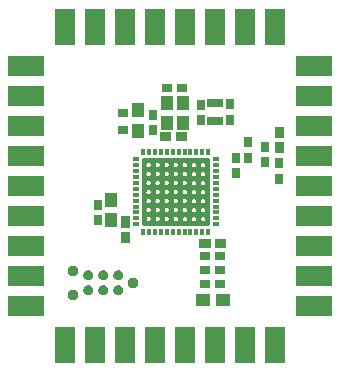
<source format=gts>
G04 DipTrace 2.4.0.2*
%INSTM32.gts*%
%MOMM*%
%ADD35C,0.165*%
%ADD36C,0.356*%
%ADD43R,1.1X1.2*%
%ADD47C,0.95*%
%ADD50R,1.45X0.75*%
%ADD55R,0.6X0.35*%
%ADD56R,0.35X0.6*%
%ADD57R,0.95X0.8*%
%ADD58R,1.75X2.05*%
%ADD59R,2.05X1.75*%
%ADD60R,0.95X0.75*%
%ADD61R,1.15X1.05*%
%ADD62R,0.75X0.95*%
%ADD63R,1.05X1.15*%
%ADD64R,2.082X1.75*%
%ADD65R,1.65X1.75*%
%ADD67R,1.75X2.082*%
%ADD69R,1.75X1.65*%
%FSLAX53Y53*%
G04*
G71*
G90*
G75*
G01*
%LNTopMask*%
%LPD*%
D69*
X26467Y36755D3*
X23927D3*
X21387D3*
X18847D3*
X16307D3*
X13767D3*
D67*
X26467Y38025D3*
X23927D3*
X21387D3*
X18847D3*
X16307D3*
X13767D3*
D65*
X11227Y34215D3*
Y31675D3*
Y29135D3*
Y26595D3*
D64*
X9957Y34215D3*
Y31675D3*
Y29135D3*
Y26595D3*
D65*
X34087D3*
Y29135D3*
D64*
X35357Y26595D3*
Y29135D3*
G36*
X32260Y26803D2*
X31510D1*
Y27753D1*
X32260D1*
Y26803D1*
G37*
G36*
Y28103D2*
X31510D1*
Y29053D1*
X32260D1*
Y28103D1*
G37*
D63*
X19934Y28737D3*
Y30437D3*
D62*
X21155Y28740D3*
Y30040D3*
D63*
X17624Y22828D3*
Y21128D3*
G36*
X18451Y20160D2*
X19201D1*
Y19210D1*
X18451D1*
Y20160D1*
G37*
G36*
Y21460D2*
X19201D1*
Y20510D1*
X18451D1*
Y21460D1*
G37*
D61*
X27090Y14399D3*
X25390D3*
D60*
X26890Y15739D3*
X25590D3*
X26890Y16887D3*
X25590D3*
X26890Y18076D3*
X25590D3*
G36*
X27365Y19569D2*
Y18819D1*
X26415D1*
Y19569D1*
X27365D1*
G37*
G36*
X26065D2*
Y18819D1*
X25115D1*
Y19569D1*
X26065D1*
G37*
D62*
X28206Y26433D3*
Y25133D3*
X29227Y27738D3*
Y26438D3*
D60*
X22344Y32357D3*
X23644D3*
G36*
X24041Y28620D2*
Y27870D1*
X23091D1*
Y28620D1*
X24041D1*
G37*
G36*
X22741D2*
Y27870D1*
X21791D1*
Y28620D1*
X22741D1*
G37*
D62*
X25211Y29626D3*
Y30926D3*
X27739Y30955D3*
Y29655D3*
D65*
X34087Y21515D3*
Y24055D3*
D64*
X35357Y21515D3*
Y24055D3*
D69*
X31547Y36755D3*
X29007D3*
D67*
X31547Y38025D3*
X29007D3*
D69*
Y11355D3*
X31547D3*
D67*
X29007Y10085D3*
X31547D3*
D65*
X34087Y31675D3*
D59*
X35357D3*
D69*
X13767Y11355D3*
D58*
Y10085D3*
D65*
X11227Y24055D3*
D59*
X9957D3*
D65*
X34087Y34215D3*
D59*
X35357D3*
D57*
X18601Y30183D3*
Y28783D3*
D69*
X26467Y11355D3*
X23927D3*
D67*
X26467Y10085D3*
X23927D3*
D62*
X30627Y26081D3*
Y27381D3*
X16491Y22436D3*
Y21136D3*
X31880Y24674D3*
Y25974D3*
D65*
X11227Y21515D3*
Y18975D3*
Y16435D3*
Y13895D3*
D64*
X9957Y21515D3*
Y18975D3*
Y16435D3*
Y13895D3*
G36*
X17822Y15229D2*
X17828Y15157D1*
X17847Y15086D1*
X17878Y15020D1*
X17920Y14960D1*
X17971Y14909D1*
X18031Y14867D1*
X18097Y14836D1*
X18168Y14817D1*
X18240Y14811D1*
D1*
X18313Y14817D1*
X18384Y14836D1*
X18450Y14867D1*
X18510Y14909D1*
X18561Y14960D1*
X18603Y15020D1*
X18634Y15086D1*
X18653Y15157D1*
X18659Y15229D1*
D1*
X18653Y15302D1*
X18634Y15373D1*
X18603Y15439D1*
X18561Y15499D1*
X18510Y15550D1*
X18450Y15592D1*
X18384Y15623D1*
X18313Y15642D1*
X18240Y15648D1*
D1*
X18168Y15642D1*
X18097Y15623D1*
X18031Y15592D1*
X17971Y15550D1*
X17920Y15499D1*
X17878Y15439D1*
X17847Y15373D1*
X17828Y15302D1*
X17822Y15229D1*
G37*
G36*
X16552D2*
X16558Y15157D1*
X16577Y15086D1*
X16608Y15020D1*
X16650Y14960D1*
X16701Y14909D1*
X16761Y14867D1*
X16827Y14836D1*
X16898Y14817D1*
X16970Y14811D1*
D1*
X17043Y14817D1*
X17114Y14836D1*
X17180Y14867D1*
X17240Y14909D1*
X17291Y14960D1*
X17333Y15020D1*
X17364Y15086D1*
X17383Y15157D1*
X17389Y15229D1*
D1*
X17383Y15302D1*
X17364Y15373D1*
X17333Y15439D1*
X17291Y15499D1*
X17240Y15550D1*
X17180Y15592D1*
X17114Y15623D1*
X17043Y15642D1*
X16970Y15648D1*
D1*
X16898Y15642D1*
X16827Y15623D1*
X16761Y15592D1*
X16701Y15550D1*
X16650Y15499D1*
X16608Y15439D1*
X16577Y15373D1*
X16558Y15302D1*
X16552Y15229D1*
G37*
G36*
X15282D2*
X15288Y15157D1*
X15307Y15086D1*
X15338Y15020D1*
X15380Y14960D1*
X15431Y14909D1*
X15491Y14867D1*
X15557Y14836D1*
X15628Y14817D1*
X15700Y14811D1*
D1*
X15773Y14817D1*
X15844Y14836D1*
X15910Y14867D1*
X15970Y14909D1*
X16021Y14960D1*
X16063Y15020D1*
X16094Y15086D1*
X16113Y15157D1*
X16119Y15229D1*
D1*
X16113Y15302D1*
X16094Y15373D1*
X16063Y15439D1*
X16021Y15499D1*
X15970Y15550D1*
X15910Y15592D1*
X15844Y15623D1*
X15773Y15642D1*
X15700Y15648D1*
D1*
X15628Y15642D1*
X15557Y15623D1*
X15491Y15592D1*
X15431Y15550D1*
X15380Y15499D1*
X15338Y15439D1*
X15307Y15373D1*
X15288Y15302D1*
X15282Y15229D1*
G37*
G36*
Y16499D2*
X15288Y16427D1*
X15307Y16356D1*
X15338Y16290D1*
X15380Y16230D1*
X15431Y16179D1*
X15491Y16137D1*
X15557Y16106D1*
X15628Y16087D1*
X15700Y16081D1*
D1*
X15773Y16087D1*
X15844Y16106D1*
X15910Y16137D1*
X15970Y16179D1*
X16021Y16230D1*
X16063Y16290D1*
X16094Y16356D1*
X16113Y16427D1*
X16119Y16499D1*
D1*
X16113Y16572D1*
X16094Y16643D1*
X16063Y16709D1*
X16021Y16769D1*
X15970Y16820D1*
X15910Y16862D1*
X15844Y16893D1*
X15773Y16912D1*
X15700Y16918D1*
D1*
X15628Y16912D1*
X15557Y16893D1*
X15491Y16862D1*
X15431Y16820D1*
X15380Y16769D1*
X15338Y16709D1*
X15307Y16643D1*
X15288Y16572D1*
X15282Y16499D1*
G37*
G36*
X16552D2*
X16558Y16427D1*
X16577Y16356D1*
X16608Y16290D1*
X16650Y16230D1*
X16701Y16179D1*
X16761Y16137D1*
X16827Y16106D1*
X16898Y16087D1*
X16970Y16081D1*
D1*
X17043Y16087D1*
X17114Y16106D1*
X17180Y16137D1*
X17240Y16179D1*
X17291Y16230D1*
X17333Y16290D1*
X17364Y16356D1*
X17383Y16427D1*
X17389Y16499D1*
D1*
X17383Y16572D1*
X17364Y16643D1*
X17333Y16709D1*
X17291Y16769D1*
X17240Y16820D1*
X17180Y16862D1*
X17114Y16893D1*
X17043Y16912D1*
X16970Y16918D1*
D1*
X16898Y16912D1*
X16827Y16893D1*
X16761Y16862D1*
X16701Y16820D1*
X16650Y16769D1*
X16608Y16709D1*
X16577Y16643D1*
X16558Y16572D1*
X16552Y16499D1*
G37*
G36*
X17822D2*
X17828Y16427D1*
X17847Y16356D1*
X17878Y16290D1*
X17920Y16230D1*
X17971Y16179D1*
X18031Y16137D1*
X18097Y16106D1*
X18168Y16087D1*
X18240Y16081D1*
D1*
X18313Y16087D1*
X18384Y16106D1*
X18450Y16137D1*
X18510Y16179D1*
X18561Y16230D1*
X18603Y16290D1*
X18634Y16356D1*
X18653Y16427D1*
X18659Y16499D1*
D1*
X18653Y16572D1*
X18634Y16643D1*
X18603Y16709D1*
X18561Y16769D1*
X18510Y16820D1*
X18450Y16862D1*
X18384Y16893D1*
X18313Y16912D1*
X18240Y16918D1*
D1*
X18168Y16912D1*
X18097Y16893D1*
X18031Y16862D1*
X17971Y16820D1*
X17920Y16769D1*
X17878Y16709D1*
X17847Y16643D1*
X17828Y16572D1*
X17822Y16499D1*
G37*
D47*
X19510Y15864D3*
X14430Y14848D3*
Y16880D3*
X23604Y21263D2*
D35*
X23605Y21282D1*
X23607Y21301D1*
X23610Y21319D1*
X23615Y21337D1*
X23621Y21355D1*
X23628Y21372D1*
X23637Y21389D1*
X23646Y21405D1*
X23657Y21420D1*
X23669Y21435D1*
X23682Y21449D1*
X23696Y21462D1*
X23711Y21474D1*
X23727Y21485D1*
X23743Y21495D1*
X23761Y21503D1*
X23779Y21511D1*
X23797Y21517D1*
X23816Y21522D1*
X23835Y21526D1*
X23854Y21529D1*
X23873Y21530D1*
X23893D1*
X23912Y21529D1*
X23932Y21526D1*
X23951Y21522D1*
X23969Y21517D1*
X23988Y21511D1*
X24006Y21503D1*
X24023Y21495D1*
X24039Y21485D1*
X24055Y21474D1*
X24070Y21462D1*
X24084Y21449D1*
X24097Y21435D1*
X24109Y21420D1*
X24120Y21405D1*
X24130Y21389D1*
X24138Y21372D1*
X24145Y21355D1*
X24152Y21337D1*
X24156Y21319D1*
X24160Y21301D1*
X24162Y21282D1*
Y21263D1*
Y21245D1*
X24160Y21226D1*
X24156Y21208D1*
X24152Y21190D1*
X24145Y21172D1*
X24138Y21155D1*
X24130Y21138D1*
X24120Y21122D1*
X24109Y21107D1*
X24097Y21092D1*
X24084Y21078D1*
X24070Y21065D1*
X24055Y21053D1*
X24039Y21042D1*
X24023Y21032D1*
X24006Y21024D1*
X23988Y21016D1*
X23969Y21010D1*
X23951Y21004D1*
X23932Y21001D1*
X23912Y20998D1*
X23893Y20997D1*
X23873D1*
X23854Y20998D1*
X23835Y21001D1*
X23816Y21004D1*
X23797Y21010D1*
X23779Y21016D1*
X23761Y21024D1*
X23743Y21032D1*
X23727Y21042D1*
X23711Y21053D1*
X23696Y21065D1*
X23682Y21078D1*
X23669Y21092D1*
X23657Y21107D1*
X23646Y21122D1*
X23637Y21138D1*
X23628Y21155D1*
X23621Y21172D1*
X23615Y21190D1*
X23610Y21208D1*
X23607Y21226D1*
X23605Y21245D1*
X23604Y21263D1*
X22837D2*
Y21282D1*
X22839Y21301D1*
X22843Y21319D1*
X22847Y21337D1*
X22854Y21355D1*
X22861Y21372D1*
X22869Y21389D1*
X22879Y21405D1*
X22890Y21420D1*
X22902Y21435D1*
X22915Y21449D1*
X22929Y21462D1*
X22944Y21474D1*
X22960Y21485D1*
X22976Y21495D1*
X22994Y21503D1*
X23012Y21511D1*
X23030Y21517D1*
X23049Y21522D1*
X23068Y21526D1*
X23087Y21529D1*
X23106Y21530D1*
X23126D1*
X23145Y21529D1*
X23165Y21526D1*
X23184Y21522D1*
X23203Y21517D1*
X23221Y21511D1*
X23239Y21503D1*
X23256Y21495D1*
X23273Y21485D1*
X23288Y21474D1*
X23303Y21462D1*
X23317Y21449D1*
X23330Y21435D1*
X23342Y21420D1*
X23353Y21405D1*
X23363Y21389D1*
X23372Y21372D1*
X23379Y21355D1*
X23385Y21337D1*
X23390Y21319D1*
X23393Y21301D1*
X23395Y21282D1*
X23396Y21263D1*
X23395Y21245D1*
X23393Y21226D1*
X23390Y21208D1*
X23385Y21190D1*
X23379Y21172D1*
X23372Y21155D1*
X23363Y21138D1*
X23353Y21122D1*
X23342Y21107D1*
X23330Y21092D1*
X23317Y21078D1*
X23303Y21065D1*
X23288Y21053D1*
X23273Y21042D1*
X23256Y21032D1*
X23239Y21024D1*
X23221Y21016D1*
X23203Y21010D1*
X23184Y21004D1*
X23165Y21001D1*
X23145Y20998D1*
X23126Y20997D1*
X23106D1*
X23087Y20998D1*
X23068Y21001D1*
X23049Y21004D1*
X23030Y21010D1*
X23012Y21016D1*
X22994Y21024D1*
X22976Y21032D1*
X22960Y21042D1*
X22944Y21053D1*
X22929Y21065D1*
X22915Y21078D1*
X22902Y21092D1*
X22890Y21107D1*
X22879Y21122D1*
X22869Y21138D1*
X22861Y21155D1*
X22854Y21172D1*
X22847Y21190D1*
X22843Y21208D1*
X22839Y21226D1*
X22837Y21245D1*
Y21263D1*
X24367Y21260D2*
Y21279D1*
X24369Y21297D1*
X24373Y21316D1*
X24378Y21334D1*
X24384Y21351D1*
X24391Y21369D1*
X24399Y21385D1*
X24409Y21402D1*
X24420Y21417D1*
X24432Y21432D1*
X24445Y21446D1*
X24459Y21458D1*
X24474Y21470D1*
X24490Y21481D1*
X24507Y21491D1*
X24524Y21500D1*
X24542Y21508D1*
X24560Y21514D1*
X24579Y21519D1*
X24598Y21523D1*
X24617Y21526D1*
X24637Y21527D1*
X24656D1*
X24676Y21526D1*
X24695Y21523D1*
X24714Y21519D1*
X24733Y21514D1*
X24751Y21508D1*
X24769Y21500D1*
X24786Y21491D1*
X24803Y21481D1*
X24818Y21470D1*
X24833Y21458D1*
X24847Y21446D1*
X24860Y21432D1*
X24873Y21417D1*
X24883Y21402D1*
X24893Y21385D1*
X24902Y21369D1*
X24909Y21351D1*
X24915Y21334D1*
X24920Y21316D1*
X24923Y21297D1*
X24925Y21279D1*
X24926Y21260D1*
X24925Y21242D1*
X24923Y21223D1*
X24920Y21205D1*
X24915Y21187D1*
X24909Y21169D1*
X24902Y21152D1*
X24893Y21135D1*
X24883Y21119D1*
X24873Y21103D1*
X24860Y21089D1*
X24847Y21075D1*
X24833Y21062D1*
X24818Y21050D1*
X24803Y21039D1*
X24786Y21029D1*
X24769Y21020D1*
X24751Y21013D1*
X24733Y21006D1*
X24714Y21001D1*
X24695Y20997D1*
X24676Y20995D1*
X24656Y20993D1*
X24637D1*
X24617Y20995D1*
X24598Y20997D1*
X24579Y21001D1*
X24560Y21006D1*
X24542Y21013D1*
X24524Y21020D1*
X24507Y21029D1*
X24490Y21039D1*
X24474Y21050D1*
X24459Y21062D1*
X24445Y21075D1*
X24432Y21089D1*
X24420Y21103D1*
X24409Y21119D1*
X24399Y21135D1*
X24391Y21152D1*
X24384Y21169D1*
X24378Y21187D1*
X24373Y21205D1*
X24369Y21223D1*
X24367Y21242D1*
Y21260D1*
X22070Y21263D2*
X22071Y21282D1*
X22073Y21301D1*
X22076Y21319D1*
X22081Y21337D1*
X22087Y21355D1*
X22094Y21372D1*
X22103Y21389D1*
X22113Y21405D1*
X22124Y21420D1*
X22136Y21435D1*
X22149Y21449D1*
X22163Y21462D1*
X22178Y21474D1*
X22193Y21485D1*
X22210Y21495D1*
X22227Y21503D1*
X22245Y21511D1*
X22263Y21517D1*
X22282Y21522D1*
X22301Y21526D1*
X22321Y21529D1*
X22340Y21530D1*
X22359D1*
X22379Y21529D1*
X22398Y21526D1*
X22417Y21522D1*
X22436Y21517D1*
X22454Y21511D1*
X22472Y21503D1*
X22490Y21495D1*
X22506Y21485D1*
X22522Y21474D1*
X22537Y21462D1*
X22551Y21449D1*
X22564Y21435D1*
X22576Y21420D1*
X22587Y21405D1*
X22597Y21389D1*
X22605Y21372D1*
X22612Y21355D1*
X22618Y21337D1*
X22623Y21319D1*
X22627Y21301D1*
X22629Y21282D1*
Y21263D1*
Y21245D1*
X22627Y21226D1*
X22623Y21208D1*
X22618Y21190D1*
X22612Y21172D1*
X22605Y21155D1*
X22597Y21138D1*
X22587Y21122D1*
X22576Y21107D1*
X22564Y21092D1*
X22551Y21078D1*
X22537Y21065D1*
X22522Y21053D1*
X22506Y21042D1*
X22490Y21032D1*
X22472Y21024D1*
X22454Y21016D1*
X22436Y21010D1*
X22417Y21004D1*
X22398Y21001D1*
X22379Y20998D1*
X22359Y20997D1*
X22340D1*
X22321Y20998D1*
X22301Y21001D1*
X22282Y21004D1*
X22263Y21010D1*
X22245Y21016D1*
X22227Y21024D1*
X22210Y21032D1*
X22193Y21042D1*
X22178Y21053D1*
X22163Y21065D1*
X22149Y21078D1*
X22136Y21092D1*
X22124Y21107D1*
X22113Y21122D1*
X22103Y21138D1*
X22094Y21155D1*
X22087Y21172D1*
X22081Y21190D1*
X22076Y21208D1*
X22073Y21226D1*
X22071Y21245D1*
X22070Y21263D1*
X23597Y22787D2*
X23598Y22806D1*
X23600Y22824D1*
X23603Y22842D1*
X23608Y22860D1*
X23614Y22878D1*
X23621Y22895D1*
X23630Y22912D1*
X23640Y22928D1*
X23651Y22944D1*
X23663Y22958D1*
X23676Y22972D1*
X23690Y22985D1*
X23705Y22997D1*
X23720Y23008D1*
X23737Y23018D1*
X23754Y23027D1*
X23772Y23034D1*
X23790Y23041D1*
X23809Y23046D1*
X23828Y23050D1*
X23847Y23052D1*
X23867Y23054D1*
X23886D1*
X23906Y23052D1*
X23925Y23050D1*
X23944Y23046D1*
X23963Y23041D1*
X23981Y23034D1*
X23999Y23027D1*
X24016Y23018D1*
X24033Y23008D1*
X24048Y22997D1*
X24063Y22985D1*
X24077Y22972D1*
X24090Y22958D1*
X24102Y22944D1*
X24113Y22928D1*
X24123Y22912D1*
X24132Y22895D1*
X24139Y22878D1*
X24145Y22860D1*
X24150Y22842D1*
X24153Y22824D1*
X24155Y22806D1*
X24156Y22787D1*
X24155Y22768D1*
X24153Y22750D1*
X24150Y22731D1*
X24145Y22713D1*
X24139Y22696D1*
X24132Y22678D1*
X24123Y22662D1*
X24113Y22646D1*
X24102Y22630D1*
X24090Y22615D1*
X24077Y22602D1*
X24063Y22589D1*
X24048Y22577D1*
X24033Y22566D1*
X24016Y22556D1*
X23999Y22547D1*
X23981Y22539D1*
X23963Y22533D1*
X23944Y22528D1*
X23925Y22524D1*
X23906Y22522D1*
X23886Y22520D1*
X23867D1*
X23847Y22522D1*
X23828Y22524D1*
X23809Y22528D1*
X23790Y22533D1*
X23772Y22539D1*
X23754Y22547D1*
X23737Y22556D1*
X23720Y22566D1*
X23705Y22577D1*
X23690Y22589D1*
X23676Y22602D1*
X23663Y22615D1*
X23651Y22630D1*
X23640Y22646D1*
X23630Y22662D1*
X23621Y22678D1*
X23614Y22696D1*
X23608Y22713D1*
X23603Y22731D1*
X23600Y22750D1*
X23598Y22768D1*
X23597Y22787D1*
X23600Y22027D2*
X23601Y22045D1*
X23603Y22064D1*
X23606Y22082D1*
X23611Y22100D1*
X23617Y22118D1*
X23624Y22135D1*
X23633Y22152D1*
X23643Y22168D1*
X23654Y22184D1*
X23666Y22198D1*
X23679Y22212D1*
X23693Y22225D1*
X23708Y22237D1*
X23723Y22248D1*
X23740Y22258D1*
X23757Y22267D1*
X23775Y22274D1*
X23793Y22281D1*
X23812Y22286D1*
X23831Y22290D1*
X23850Y22292D1*
X23870Y22294D1*
X23889D1*
X23909Y22292D1*
X23928Y22290D1*
X23947Y22286D1*
X23966Y22281D1*
X23984Y22274D1*
X24002Y22267D1*
X24019Y22258D1*
X24036Y22248D1*
X24051Y22237D1*
X24066Y22225D1*
X24080Y22212D1*
X24093Y22198D1*
X24105Y22184D1*
X24116Y22168D1*
X24126Y22152D1*
X24135Y22135D1*
X24142Y22118D1*
X24148Y22100D1*
X24153Y22082D1*
X24156Y22064D1*
X24158Y22045D1*
X24159Y22027D1*
X24158Y22008D1*
X24156Y21990D1*
X24153Y21971D1*
X24148Y21953D1*
X24142Y21936D1*
X24135Y21918D1*
X24126Y21902D1*
X24116Y21885D1*
X24105Y21870D1*
X24093Y21855D1*
X24080Y21841D1*
X24066Y21828D1*
X24051Y21817D1*
X24036Y21806D1*
X24019Y21796D1*
X24002Y21787D1*
X23984Y21779D1*
X23966Y21773D1*
X23947Y21768D1*
X23928Y21764D1*
X23909Y21761D1*
X23889Y21760D1*
X23870D1*
X23850Y21761D1*
X23831Y21764D1*
X23812Y21768D1*
X23793Y21773D1*
X23775Y21779D1*
X23757Y21787D1*
X23740Y21796D1*
X23723Y21806D1*
X23708Y21817D1*
X23693Y21828D1*
X23679Y21841D1*
X23666Y21855D1*
X23654Y21870D1*
X23643Y21885D1*
X23633Y21902D1*
X23624Y21918D1*
X23617Y21936D1*
X23611Y21953D1*
X23606Y21971D1*
X23603Y21990D1*
X23601Y22008D1*
X23600Y22027D1*
X23597Y24310D2*
X23598Y24329D1*
X23600Y24347D1*
X23603Y24365D1*
X23608Y24383D1*
X23614Y24401D1*
X23621Y24418D1*
X23630Y24435D1*
X23640Y24451D1*
X23651Y24467D1*
X23663Y24481D1*
X23676Y24495D1*
X23690Y24508D1*
X23705Y24520D1*
X23720Y24531D1*
X23737Y24541D1*
X23754Y24550D1*
X23772Y24557D1*
X23790Y24563D1*
X23809Y24569D1*
X23828Y24572D1*
X23847Y24575D1*
X23867Y24576D1*
X23886D1*
X23906Y24575D1*
X23925Y24572D1*
X23944Y24569D1*
X23963Y24563D1*
X23981Y24557D1*
X23999Y24550D1*
X24016Y24541D1*
X24033Y24531D1*
X24048Y24520D1*
X24063Y24508D1*
X24077Y24495D1*
X24090Y24481D1*
X24102Y24467D1*
X24113Y24451D1*
X24123Y24435D1*
X24132Y24418D1*
X24139Y24401D1*
X24145Y24383D1*
X24150Y24365D1*
X24153Y24347D1*
X24155Y24329D1*
X24156Y24310D1*
X24155Y24291D1*
X24153Y24273D1*
X24150Y24255D1*
X24145Y24237D1*
X24139Y24219D1*
X24132Y24202D1*
X24123Y24185D1*
X24113Y24169D1*
X24102Y24153D1*
X24090Y24139D1*
X24077Y24125D1*
X24063Y24112D1*
X24048Y24100D1*
X24033Y24089D1*
X24016Y24079D1*
X23999Y24071D1*
X23981Y24063D1*
X23963Y24057D1*
X23944Y24051D1*
X23925Y24048D1*
X23906Y24045D1*
X23886Y24044D1*
X23867D1*
X23847Y24045D1*
X23828Y24048D1*
X23809Y24051D1*
X23790Y24057D1*
X23772Y24063D1*
X23754Y24071D1*
X23737Y24079D1*
X23720Y24089D1*
X23705Y24100D1*
X23690Y24112D1*
X23676Y24125D1*
X23663Y24139D1*
X23651Y24153D1*
X23640Y24169D1*
X23630Y24185D1*
X23621Y24202D1*
X23614Y24219D1*
X23608Y24237D1*
X23603Y24255D1*
X23600Y24273D1*
X23598Y24291D1*
X23597Y24310D1*
X23600Y23550D2*
X23601Y23568D1*
X23603Y23587D1*
X23606Y23605D1*
X23611Y23623D1*
X23617Y23641D1*
X23624Y23658D1*
X23633Y23675D1*
X23643Y23691D1*
X23654Y23707D1*
X23666Y23721D1*
X23679Y23735D1*
X23693Y23748D1*
X23708Y23760D1*
X23723Y23771D1*
X23740Y23781D1*
X23757Y23789D1*
X23775Y23797D1*
X23793Y23803D1*
X23812Y23808D1*
X23831Y23812D1*
X23850Y23815D1*
X23870Y23816D1*
X23889D1*
X23909Y23815D1*
X23928Y23812D1*
X23947Y23808D1*
X23966Y23803D1*
X23984Y23797D1*
X24002Y23789D1*
X24019Y23781D1*
X24036Y23771D1*
X24051Y23760D1*
X24066Y23748D1*
X24080Y23735D1*
X24093Y23721D1*
X24105Y23707D1*
X24116Y23691D1*
X24126Y23675D1*
X24135Y23658D1*
X24142Y23641D1*
X24148Y23623D1*
X24153Y23605D1*
X24156Y23587D1*
X24158Y23568D1*
X24159Y23550D1*
X24158Y23531D1*
X24156Y23513D1*
X24153Y23495D1*
X24148Y23476D1*
X24142Y23459D1*
X24135Y23442D1*
X24126Y23425D1*
X24116Y23409D1*
X24105Y23393D1*
X24093Y23379D1*
X24080Y23365D1*
X24066Y23352D1*
X24051Y23340D1*
X24036Y23329D1*
X24019Y23319D1*
X24002Y23310D1*
X23984Y23303D1*
X23966Y23296D1*
X23947Y23291D1*
X23928Y23288D1*
X23909Y23285D1*
X23889Y23284D1*
X23870D1*
X23850Y23285D1*
X23831Y23288D1*
X23812Y23291D1*
X23793Y23296D1*
X23775Y23303D1*
X23757Y23310D1*
X23740Y23319D1*
X23723Y23329D1*
X23708Y23340D1*
X23693Y23352D1*
X23679Y23365D1*
X23666Y23379D1*
X23654Y23393D1*
X23643Y23409D1*
X23633Y23425D1*
X23624Y23442D1*
X23617Y23459D1*
X23611Y23476D1*
X23606Y23495D1*
X23603Y23513D1*
X23601Y23531D1*
X23600Y23550D1*
Y25073D2*
X23601Y25092D1*
X23603Y25111D1*
X23606Y25129D1*
X23611Y25147D1*
X23617Y25165D1*
X23624Y25182D1*
X23633Y25199D1*
X23643Y25215D1*
X23654Y25230D1*
X23666Y25245D1*
X23679Y25259D1*
X23693Y25271D1*
X23708Y25283D1*
X23723Y25294D1*
X23740Y25304D1*
X23757Y25313D1*
X23775Y25320D1*
X23793Y25327D1*
X23812Y25332D1*
X23831Y25336D1*
X23850Y25338D1*
X23870Y25340D1*
X23889D1*
X23909Y25338D1*
X23928Y25336D1*
X23947Y25332D1*
X23966Y25327D1*
X23984Y25320D1*
X24002Y25313D1*
X24019Y25304D1*
X24036Y25294D1*
X24051Y25283D1*
X24066Y25271D1*
X24080Y25259D1*
X24093Y25245D1*
X24105Y25230D1*
X24116Y25215D1*
X24126Y25199D1*
X24135Y25182D1*
X24142Y25165D1*
X24148Y25147D1*
X24153Y25129D1*
X24156Y25111D1*
X24158Y25092D1*
X24159Y25073D1*
X24158Y25055D1*
X24156Y25036D1*
X24153Y25018D1*
X24148Y25000D1*
X24142Y24982D1*
X24135Y24965D1*
X24126Y24948D1*
X24116Y24932D1*
X24105Y24917D1*
X24093Y24902D1*
X24080Y24888D1*
X24066Y24875D1*
X24051Y24863D1*
X24036Y24853D1*
X24019Y24843D1*
X24002Y24834D1*
X23984Y24826D1*
X23966Y24820D1*
X23947Y24815D1*
X23928Y24811D1*
X23909Y24808D1*
X23889Y24807D1*
X23870D1*
X23850Y24808D1*
X23831Y24811D1*
X23812Y24815D1*
X23793Y24820D1*
X23775Y24826D1*
X23757Y24834D1*
X23740Y24843D1*
X23723Y24853D1*
X23708Y24863D1*
X23693Y24875D1*
X23679Y24888D1*
X23666Y24902D1*
X23654Y24917D1*
X23643Y24932D1*
X23633Y24948D1*
X23624Y24965D1*
X23617Y24982D1*
X23611Y25000D1*
X23606Y25018D1*
X23603Y25036D1*
X23601Y25055D1*
X23600Y25073D1*
Y25837D2*
X23601Y25855D1*
X23603Y25874D1*
X23606Y25892D1*
X23611Y25910D1*
X23617Y25928D1*
X23624Y25945D1*
X23633Y25962D1*
X23643Y25978D1*
X23654Y25993D1*
X23666Y26008D1*
X23679Y26022D1*
X23693Y26035D1*
X23708Y26047D1*
X23723Y26058D1*
X23740Y26068D1*
X23757Y26076D1*
X23775Y26084D1*
X23793Y26090D1*
X23812Y26095D1*
X23831Y26099D1*
X23850Y26102D1*
X23870Y26103D1*
X23889D1*
X23909Y26102D1*
X23928Y26099D1*
X23947Y26095D1*
X23966Y26090D1*
X23984Y26084D1*
X24002Y26076D1*
X24019Y26068D1*
X24036Y26058D1*
X24051Y26047D1*
X24066Y26035D1*
X24080Y26022D1*
X24093Y26008D1*
X24105Y25993D1*
X24116Y25978D1*
X24126Y25962D1*
X24135Y25945D1*
X24142Y25928D1*
X24148Y25910D1*
X24153Y25892D1*
X24156Y25874D1*
X24158Y25855D1*
X24159Y25837D1*
X24158Y25818D1*
X24156Y25800D1*
X24153Y25781D1*
X24148Y25763D1*
X24142Y25746D1*
X24135Y25728D1*
X24126Y25712D1*
X24116Y25696D1*
X24105Y25680D1*
X24093Y25666D1*
X24080Y25652D1*
X24066Y25639D1*
X24051Y25627D1*
X24036Y25616D1*
X24019Y25606D1*
X24002Y25597D1*
X23984Y25590D1*
X23966Y25583D1*
X23947Y25578D1*
X23928Y25574D1*
X23909Y25572D1*
X23889Y25571D1*
X23870D1*
X23850Y25572D1*
X23831Y25574D1*
X23812Y25578D1*
X23793Y25583D1*
X23775Y25590D1*
X23757Y25597D1*
X23740Y25606D1*
X23723Y25616D1*
X23708Y25627D1*
X23693Y25639D1*
X23679Y25652D1*
X23666Y25666D1*
X23654Y25680D1*
X23643Y25696D1*
X23633Y25712D1*
X23624Y25728D1*
X23617Y25746D1*
X23611Y25763D1*
X23606Y25781D1*
X23603Y25800D1*
X23601Y25818D1*
X23600Y25837D1*
X22830Y22787D2*
X22831Y22806D1*
X22833Y22824D1*
X22836Y22842D1*
X22841Y22860D1*
X22847Y22878D1*
X22854Y22895D1*
X22863Y22912D1*
X22873Y22928D1*
X22883Y22944D1*
X22895Y22958D1*
X22909Y22972D1*
X22923Y22985D1*
X22938Y22997D1*
X22953Y23008D1*
X22970Y23018D1*
X22987Y23027D1*
X23005Y23034D1*
X23023Y23041D1*
X23042Y23046D1*
X23061Y23050D1*
X23080Y23052D1*
X23100Y23054D1*
X23119D1*
X23139Y23052D1*
X23158Y23050D1*
X23177Y23046D1*
X23196Y23041D1*
X23214Y23034D1*
X23232Y23027D1*
X23249Y23018D1*
X23266Y23008D1*
X23282Y22997D1*
X23297Y22985D1*
X23311Y22972D1*
X23324Y22958D1*
X23336Y22944D1*
X23347Y22928D1*
X23357Y22912D1*
X23365Y22895D1*
X23372Y22878D1*
X23378Y22860D1*
X23383Y22842D1*
X23387Y22824D1*
X23389Y22806D1*
Y22787D1*
Y22768D1*
X23387Y22750D1*
X23383Y22731D1*
X23378Y22713D1*
X23372Y22696D1*
X23365Y22678D1*
X23357Y22662D1*
X23347Y22646D1*
X23336Y22630D1*
X23324Y22615D1*
X23311Y22602D1*
X23297Y22589D1*
X23282Y22577D1*
X23266Y22566D1*
X23249Y22556D1*
X23232Y22547D1*
X23214Y22539D1*
X23196Y22533D1*
X23177Y22528D1*
X23158Y22524D1*
X23139Y22522D1*
X23119Y22520D1*
X23100D1*
X23080Y22522D1*
X23061Y22524D1*
X23042Y22528D1*
X23023Y22533D1*
X23005Y22539D1*
X22987Y22547D1*
X22970Y22556D1*
X22953Y22566D1*
X22938Y22577D1*
X22923Y22589D1*
X22909Y22602D1*
X22895Y22615D1*
X22883Y22630D1*
X22873Y22646D1*
X22863Y22662D1*
X22854Y22678D1*
X22847Y22696D1*
X22841Y22713D1*
X22836Y22731D1*
X22833Y22750D1*
X22831Y22768D1*
X22830Y22787D1*
X22834Y22027D2*
Y22045D1*
X22836Y22064D1*
X22840Y22082D1*
X22845Y22100D1*
X22851Y22118D1*
X22858Y22135D1*
X22866Y22152D1*
X22876Y22168D1*
X22887Y22184D1*
X22899Y22198D1*
X22912Y22212D1*
X22926Y22225D1*
X22941Y22237D1*
X22957Y22248D1*
X22973Y22258D1*
X22991Y22267D1*
X23008Y22274D1*
X23027Y22281D1*
X23045Y22286D1*
X23064Y22290D1*
X23084Y22292D1*
X23103Y22294D1*
X23123D1*
X23142Y22292D1*
X23161Y22290D1*
X23181Y22286D1*
X23199Y22281D1*
X23218Y22274D1*
X23235Y22267D1*
X23253Y22258D1*
X23269Y22248D1*
X23285Y22237D1*
X23300Y22225D1*
X23314Y22212D1*
X23327Y22198D1*
X23339Y22184D1*
X23350Y22168D1*
X23359Y22152D1*
X23368Y22135D1*
X23375Y22118D1*
X23381Y22100D1*
X23386Y22082D1*
X23389Y22064D1*
X23391Y22045D1*
X23392Y22027D1*
X23391Y22008D1*
X23389Y21990D1*
X23386Y21971D1*
X23381Y21953D1*
X23375Y21936D1*
X23368Y21918D1*
X23359Y21902D1*
X23350Y21885D1*
X23339Y21870D1*
X23327Y21855D1*
X23314Y21841D1*
X23300Y21828D1*
X23285Y21817D1*
X23269Y21806D1*
X23253Y21796D1*
X23235Y21787D1*
X23218Y21779D1*
X23199Y21773D1*
X23181Y21768D1*
X23161Y21764D1*
X23142Y21761D1*
X23123Y21760D1*
X23103D1*
X23084Y21761D1*
X23064Y21764D1*
X23045Y21768D1*
X23027Y21773D1*
X23008Y21779D1*
X22991Y21787D1*
X22973Y21796D1*
X22957Y21806D1*
X22941Y21817D1*
X22926Y21828D1*
X22912Y21841D1*
X22899Y21855D1*
X22887Y21870D1*
X22876Y21885D1*
X22866Y21902D1*
X22858Y21918D1*
X22851Y21936D1*
X22845Y21953D1*
X22840Y21971D1*
X22836Y21990D1*
X22834Y22008D1*
Y22027D1*
X22830Y24310D2*
X22831Y24329D1*
X22833Y24347D1*
X22836Y24365D1*
X22841Y24383D1*
X22847Y24401D1*
X22854Y24418D1*
X22863Y24435D1*
X22873Y24451D1*
X22883Y24467D1*
X22895Y24481D1*
X22909Y24495D1*
X22923Y24508D1*
X22938Y24520D1*
X22953Y24531D1*
X22970Y24541D1*
X22987Y24550D1*
X23005Y24557D1*
X23023Y24563D1*
X23042Y24569D1*
X23061Y24572D1*
X23080Y24575D1*
X23100Y24576D1*
X23119D1*
X23139Y24575D1*
X23158Y24572D1*
X23177Y24569D1*
X23196Y24563D1*
X23214Y24557D1*
X23232Y24550D1*
X23249Y24541D1*
X23266Y24531D1*
X23282Y24520D1*
X23297Y24508D1*
X23311Y24495D1*
X23324Y24481D1*
X23336Y24467D1*
X23347Y24451D1*
X23357Y24435D1*
X23365Y24418D1*
X23372Y24401D1*
X23378Y24383D1*
X23383Y24365D1*
X23387Y24347D1*
X23389Y24329D1*
Y24310D1*
Y24291D1*
X23387Y24273D1*
X23383Y24255D1*
X23378Y24237D1*
X23372Y24219D1*
X23365Y24202D1*
X23357Y24185D1*
X23347Y24169D1*
X23336Y24153D1*
X23324Y24139D1*
X23311Y24125D1*
X23297Y24112D1*
X23282Y24100D1*
X23266Y24089D1*
X23249Y24079D1*
X23232Y24071D1*
X23214Y24063D1*
X23196Y24057D1*
X23177Y24051D1*
X23158Y24048D1*
X23139Y24045D1*
X23119Y24044D1*
X23100D1*
X23080Y24045D1*
X23061Y24048D1*
X23042Y24051D1*
X23023Y24057D1*
X23005Y24063D1*
X22987Y24071D1*
X22970Y24079D1*
X22953Y24089D1*
X22938Y24100D1*
X22923Y24112D1*
X22909Y24125D1*
X22895Y24139D1*
X22883Y24153D1*
X22873Y24169D1*
X22863Y24185D1*
X22854Y24202D1*
X22847Y24219D1*
X22841Y24237D1*
X22836Y24255D1*
X22833Y24273D1*
X22831Y24291D1*
X22830Y24310D1*
X22834Y23550D2*
Y23568D1*
X22836Y23587D1*
X22840Y23605D1*
X22845Y23623D1*
X22851Y23641D1*
X22858Y23658D1*
X22866Y23675D1*
X22876Y23691D1*
X22887Y23707D1*
X22899Y23721D1*
X22912Y23735D1*
X22926Y23748D1*
X22941Y23760D1*
X22957Y23771D1*
X22973Y23781D1*
X22991Y23789D1*
X23008Y23797D1*
X23027Y23803D1*
X23045Y23808D1*
X23064Y23812D1*
X23084Y23815D1*
X23103Y23816D1*
X23123D1*
X23142Y23815D1*
X23161Y23812D1*
X23181Y23808D1*
X23199Y23803D1*
X23218Y23797D1*
X23235Y23789D1*
X23253Y23781D1*
X23269Y23771D1*
X23285Y23760D1*
X23300Y23748D1*
X23314Y23735D1*
X23327Y23721D1*
X23339Y23707D1*
X23350Y23691D1*
X23359Y23675D1*
X23368Y23658D1*
X23375Y23641D1*
X23381Y23623D1*
X23386Y23605D1*
X23389Y23587D1*
X23391Y23568D1*
X23392Y23550D1*
X23391Y23531D1*
X23389Y23513D1*
X23386Y23495D1*
X23381Y23476D1*
X23375Y23459D1*
X23368Y23442D1*
X23359Y23425D1*
X23350Y23409D1*
X23339Y23393D1*
X23327Y23379D1*
X23314Y23365D1*
X23300Y23352D1*
X23285Y23340D1*
X23269Y23329D1*
X23253Y23319D1*
X23235Y23310D1*
X23218Y23303D1*
X23199Y23296D1*
X23181Y23291D1*
X23161Y23288D1*
X23142Y23285D1*
X23123Y23284D1*
X23103D1*
X23084Y23285D1*
X23064Y23288D1*
X23045Y23291D1*
X23027Y23296D1*
X23008Y23303D1*
X22991Y23310D1*
X22973Y23319D1*
X22957Y23329D1*
X22941Y23340D1*
X22926Y23352D1*
X22912Y23365D1*
X22899Y23379D1*
X22887Y23393D1*
X22876Y23409D1*
X22866Y23425D1*
X22858Y23442D1*
X22851Y23459D1*
X22845Y23476D1*
X22840Y23495D1*
X22836Y23513D1*
X22834Y23531D1*
Y23550D1*
Y25073D2*
Y25092D1*
X22836Y25111D1*
X22840Y25129D1*
X22845Y25147D1*
X22851Y25165D1*
X22858Y25182D1*
X22866Y25199D1*
X22876Y25215D1*
X22887Y25230D1*
X22899Y25245D1*
X22912Y25259D1*
X22926Y25271D1*
X22941Y25283D1*
X22957Y25294D1*
X22973Y25304D1*
X22991Y25313D1*
X23008Y25320D1*
X23027Y25327D1*
X23045Y25332D1*
X23064Y25336D1*
X23084Y25338D1*
X23103Y25340D1*
X23123D1*
X23142Y25338D1*
X23161Y25336D1*
X23181Y25332D1*
X23199Y25327D1*
X23218Y25320D1*
X23235Y25313D1*
X23253Y25304D1*
X23269Y25294D1*
X23285Y25283D1*
X23300Y25271D1*
X23314Y25259D1*
X23327Y25245D1*
X23339Y25230D1*
X23350Y25215D1*
X23359Y25199D1*
X23368Y25182D1*
X23375Y25165D1*
X23381Y25147D1*
X23386Y25129D1*
X23389Y25111D1*
X23391Y25092D1*
X23392Y25073D1*
X23391Y25055D1*
X23389Y25036D1*
X23386Y25018D1*
X23381Y25000D1*
X23375Y24982D1*
X23368Y24965D1*
X23359Y24948D1*
X23350Y24932D1*
X23339Y24917D1*
X23327Y24902D1*
X23314Y24888D1*
X23300Y24875D1*
X23285Y24863D1*
X23269Y24853D1*
X23253Y24843D1*
X23235Y24834D1*
X23218Y24826D1*
X23199Y24820D1*
X23181Y24815D1*
X23161Y24811D1*
X23142Y24808D1*
X23123Y24807D1*
X23103D1*
X23084Y24808D1*
X23064Y24811D1*
X23045Y24815D1*
X23027Y24820D1*
X23008Y24826D1*
X22991Y24834D1*
X22973Y24843D1*
X22957Y24853D1*
X22941Y24863D1*
X22926Y24875D1*
X22912Y24888D1*
X22899Y24902D1*
X22887Y24917D1*
X22876Y24932D1*
X22866Y24948D1*
X22858Y24965D1*
X22851Y24982D1*
X22845Y25000D1*
X22840Y25018D1*
X22836Y25036D1*
X22834Y25055D1*
Y25073D1*
Y25837D2*
Y25855D1*
X22836Y25874D1*
X22840Y25892D1*
X22845Y25910D1*
X22851Y25928D1*
X22858Y25945D1*
X22866Y25962D1*
X22876Y25978D1*
X22887Y25993D1*
X22899Y26008D1*
X22912Y26022D1*
X22926Y26035D1*
X22941Y26047D1*
X22957Y26058D1*
X22973Y26068D1*
X22991Y26076D1*
X23008Y26084D1*
X23027Y26090D1*
X23045Y26095D1*
X23064Y26099D1*
X23084Y26102D1*
X23103Y26103D1*
X23123D1*
X23142Y26102D1*
X23161Y26099D1*
X23181Y26095D1*
X23199Y26090D1*
X23218Y26084D1*
X23235Y26076D1*
X23253Y26068D1*
X23269Y26058D1*
X23285Y26047D1*
X23300Y26035D1*
X23314Y26022D1*
X23327Y26008D1*
X23339Y25993D1*
X23350Y25978D1*
X23359Y25962D1*
X23368Y25945D1*
X23375Y25928D1*
X23381Y25910D1*
X23386Y25892D1*
X23389Y25874D1*
X23391Y25855D1*
X23392Y25837D1*
X23391Y25818D1*
X23389Y25800D1*
X23386Y25781D1*
X23381Y25763D1*
X23375Y25746D1*
X23368Y25728D1*
X23359Y25712D1*
X23350Y25696D1*
X23339Y25680D1*
X23327Y25666D1*
X23314Y25652D1*
X23300Y25639D1*
X23285Y25627D1*
X23269Y25616D1*
X23253Y25606D1*
X23235Y25597D1*
X23218Y25590D1*
X23199Y25583D1*
X23181Y25578D1*
X23161Y25574D1*
X23142Y25572D1*
X23123Y25571D1*
X23103D1*
X23084Y25572D1*
X23064Y25574D1*
X23045Y25578D1*
X23027Y25583D1*
X23008Y25590D1*
X22991Y25597D1*
X22973Y25606D1*
X22957Y25616D1*
X22941Y25627D1*
X22926Y25639D1*
X22912Y25652D1*
X22899Y25666D1*
X22887Y25680D1*
X22876Y25696D1*
X22866Y25712D1*
X22858Y25728D1*
X22851Y25746D1*
X22845Y25763D1*
X22840Y25781D1*
X22836Y25800D1*
X22834Y25818D1*
Y25837D1*
X24360Y22783D2*
X24361Y22802D1*
X24363Y22820D1*
X24366Y22839D1*
X24371Y22857D1*
X24377Y22874D1*
X24384Y22892D1*
X24393Y22908D1*
X24403Y22924D1*
X24414Y22940D1*
X24426Y22955D1*
X24439Y22968D1*
X24453Y22981D1*
X24468Y22993D1*
X24483Y23004D1*
X24500Y23014D1*
X24517Y23023D1*
X24535Y23030D1*
X24553Y23037D1*
X24572Y23042D1*
X24591Y23046D1*
X24611Y23048D1*
X24630Y23050D1*
X24650D1*
X24669Y23048D1*
X24688Y23046D1*
X24707Y23042D1*
X24726Y23037D1*
X24744Y23030D1*
X24762Y23023D1*
X24780Y23014D1*
X24796Y23004D1*
X24812Y22993D1*
X24827Y22981D1*
X24841Y22968D1*
X24854Y22955D1*
X24866Y22940D1*
X24877Y22924D1*
X24887Y22908D1*
X24895Y22892D1*
X24902Y22874D1*
X24909Y22857D1*
X24913Y22839D1*
X24917Y22820D1*
X24919Y22802D1*
Y22783D1*
Y22765D1*
X24917Y22746D1*
X24913Y22728D1*
X24909Y22710D1*
X24902Y22692D1*
X24895Y22675D1*
X24887Y22658D1*
X24877Y22642D1*
X24866Y22627D1*
X24854Y22612D1*
X24841Y22598D1*
X24827Y22585D1*
X24812Y22573D1*
X24796Y22562D1*
X24780Y22552D1*
X24762Y22544D1*
X24744Y22536D1*
X24726Y22530D1*
X24707Y22525D1*
X24688Y22521D1*
X24669Y22518D1*
X24650Y22517D1*
X24630D1*
X24611Y22518D1*
X24591Y22521D1*
X24572Y22525D1*
X24553Y22530D1*
X24535Y22536D1*
X24517Y22544D1*
X24500Y22552D1*
X24483Y22562D1*
X24468Y22573D1*
X24453Y22585D1*
X24439Y22598D1*
X24426Y22612D1*
X24414Y22627D1*
X24403Y22642D1*
X24393Y22658D1*
X24384Y22675D1*
X24377Y22692D1*
X24371Y22710D1*
X24366Y22728D1*
X24363Y22746D1*
X24361Y22765D1*
X24360Y22783D1*
X24364Y22024D2*
Y22042D1*
X24367Y22061D1*
X24370Y22079D1*
X24375Y22097D1*
X24381Y22115D1*
X24388Y22132D1*
X24396Y22149D1*
X24406Y22165D1*
X24417Y22180D1*
X24429Y22195D1*
X24442Y22209D1*
X24456Y22222D1*
X24471Y22234D1*
X24487Y22245D1*
X24503Y22255D1*
X24521Y22263D1*
X24538Y22271D1*
X24557Y22277D1*
X24575Y22282D1*
X24595Y22286D1*
X24614Y22289D1*
X24633Y22290D1*
X24653D1*
X24672Y22289D1*
X24692Y22286D1*
X24711Y22282D1*
X24729Y22277D1*
X24748Y22271D1*
X24765Y22263D1*
X24783Y22255D1*
X24799Y22245D1*
X24815Y22234D1*
X24830Y22222D1*
X24844Y22209D1*
X24857Y22195D1*
X24869Y22180D1*
X24880Y22165D1*
X24890Y22149D1*
X24898Y22132D1*
X24905Y22115D1*
X24911Y22097D1*
X24916Y22079D1*
X24920Y22061D1*
X24922Y22042D1*
Y22024D1*
Y22005D1*
X24920Y21986D1*
X24916Y21968D1*
X24911Y21950D1*
X24905Y21932D1*
X24898Y21915D1*
X24890Y21898D1*
X24880Y21882D1*
X24869Y21867D1*
X24857Y21852D1*
X24844Y21838D1*
X24830Y21825D1*
X24815Y21813D1*
X24799Y21802D1*
X24783Y21792D1*
X24765Y21784D1*
X24748Y21776D1*
X24729Y21770D1*
X24711Y21765D1*
X24692Y21761D1*
X24672Y21758D1*
X24653Y21757D1*
X24633D1*
X24614Y21758D1*
X24595Y21761D1*
X24575Y21765D1*
X24557Y21770D1*
X24538Y21776D1*
X24521Y21784D1*
X24503Y21792D1*
X24487Y21802D1*
X24471Y21813D1*
X24456Y21825D1*
X24442Y21838D1*
X24429Y21852D1*
X24417Y21867D1*
X24406Y21882D1*
X24396Y21898D1*
X24388Y21915D1*
X24381Y21932D1*
X24375Y21950D1*
X24370Y21968D1*
X24367Y21986D1*
X24364Y22005D1*
Y22024D1*
X24360Y24307D2*
X24361Y24325D1*
X24363Y24344D1*
X24366Y24362D1*
X24371Y24380D1*
X24377Y24398D1*
X24384Y24415D1*
X24393Y24432D1*
X24403Y24448D1*
X24414Y24463D1*
X24426Y24478D1*
X24439Y24492D1*
X24453Y24505D1*
X24468Y24517D1*
X24483Y24528D1*
X24500Y24538D1*
X24517Y24546D1*
X24535Y24554D1*
X24553Y24560D1*
X24572Y24565D1*
X24591Y24569D1*
X24611Y24572D1*
X24630Y24573D1*
X24650D1*
X24669Y24572D1*
X24688Y24569D1*
X24707Y24565D1*
X24726Y24560D1*
X24744Y24554D1*
X24762Y24546D1*
X24780Y24538D1*
X24796Y24528D1*
X24812Y24517D1*
X24827Y24505D1*
X24841Y24492D1*
X24854Y24478D1*
X24866Y24463D1*
X24877Y24448D1*
X24887Y24432D1*
X24895Y24415D1*
X24902Y24398D1*
X24909Y24380D1*
X24913Y24362D1*
X24917Y24344D1*
X24919Y24325D1*
Y24307D1*
Y24288D1*
X24917Y24270D1*
X24913Y24251D1*
X24909Y24233D1*
X24902Y24216D1*
X24895Y24198D1*
X24887Y24182D1*
X24877Y24166D1*
X24866Y24150D1*
X24854Y24135D1*
X24841Y24122D1*
X24827Y24109D1*
X24812Y24097D1*
X24796Y24086D1*
X24780Y24076D1*
X24762Y24067D1*
X24744Y24060D1*
X24726Y24053D1*
X24707Y24048D1*
X24688Y24044D1*
X24669Y24042D1*
X24650Y24040D1*
X24630D1*
X24611Y24042D1*
X24591Y24044D1*
X24572Y24048D1*
X24553Y24053D1*
X24535Y24060D1*
X24517Y24067D1*
X24500Y24076D1*
X24483Y24086D1*
X24468Y24097D1*
X24453Y24109D1*
X24439Y24122D1*
X24426Y24135D1*
X24414Y24150D1*
X24403Y24166D1*
X24393Y24182D1*
X24384Y24198D1*
X24377Y24216D1*
X24371Y24233D1*
X24366Y24251D1*
X24363Y24270D1*
X24361Y24288D1*
X24360Y24307D1*
X24364Y23547D2*
Y23565D1*
X24367Y23584D1*
X24370Y23602D1*
X24375Y23620D1*
X24381Y23638D1*
X24388Y23655D1*
X24396Y23672D1*
X24406Y23688D1*
X24417Y23703D1*
X24429Y23718D1*
X24442Y23732D1*
X24456Y23745D1*
X24471Y23757D1*
X24487Y23768D1*
X24503Y23777D1*
X24521Y23786D1*
X24538Y23794D1*
X24557Y23800D1*
X24575Y23805D1*
X24595Y23809D1*
X24614Y23812D1*
X24633Y23813D1*
X24653D1*
X24672Y23812D1*
X24692Y23809D1*
X24711Y23805D1*
X24729Y23800D1*
X24748Y23794D1*
X24765Y23786D1*
X24783Y23777D1*
X24799Y23768D1*
X24815Y23757D1*
X24830Y23745D1*
X24844Y23732D1*
X24857Y23718D1*
X24869Y23703D1*
X24880Y23688D1*
X24890Y23672D1*
X24898Y23655D1*
X24905Y23638D1*
X24911Y23620D1*
X24916Y23602D1*
X24920Y23584D1*
X24922Y23565D1*
Y23547D1*
Y23528D1*
X24920Y23510D1*
X24916Y23491D1*
X24911Y23473D1*
X24905Y23456D1*
X24898Y23438D1*
X24890Y23422D1*
X24880Y23405D1*
X24869Y23390D1*
X24857Y23375D1*
X24844Y23362D1*
X24830Y23349D1*
X24815Y23337D1*
X24799Y23326D1*
X24783Y23316D1*
X24765Y23307D1*
X24748Y23300D1*
X24729Y23293D1*
X24711Y23288D1*
X24692Y23284D1*
X24672Y23282D1*
X24653Y23280D1*
X24633D1*
X24614Y23282D1*
X24595Y23284D1*
X24575Y23288D1*
X24557Y23293D1*
X24538Y23300D1*
X24521Y23307D1*
X24503Y23316D1*
X24487Y23326D1*
X24471Y23337D1*
X24456Y23349D1*
X24442Y23362D1*
X24429Y23375D1*
X24417Y23390D1*
X24406Y23405D1*
X24396Y23422D1*
X24388Y23438D1*
X24381Y23456D1*
X24375Y23473D1*
X24370Y23491D1*
X24367Y23510D1*
X24364Y23528D1*
Y23547D1*
Y25070D2*
Y25089D1*
X24367Y25107D1*
X24370Y25126D1*
X24375Y25144D1*
X24381Y25161D1*
X24388Y25179D1*
X24396Y25195D1*
X24406Y25211D1*
X24417Y25227D1*
X24429Y25241D1*
X24442Y25255D1*
X24456Y25268D1*
X24471Y25280D1*
X24487Y25291D1*
X24503Y25301D1*
X24521Y25310D1*
X24538Y25317D1*
X24557Y25324D1*
X24575Y25329D1*
X24595Y25333D1*
X24614Y25335D1*
X24633Y25336D1*
X24653D1*
X24672Y25335D1*
X24692Y25333D1*
X24711Y25329D1*
X24729Y25324D1*
X24748Y25317D1*
X24765Y25310D1*
X24783Y25301D1*
X24799Y25291D1*
X24815Y25280D1*
X24830Y25268D1*
X24844Y25255D1*
X24857Y25241D1*
X24869Y25227D1*
X24880Y25211D1*
X24890Y25195D1*
X24898Y25179D1*
X24905Y25161D1*
X24911Y25144D1*
X24916Y25126D1*
X24920Y25107D1*
X24922Y25089D1*
Y25070D1*
Y25052D1*
X24920Y25033D1*
X24916Y25015D1*
X24911Y24997D1*
X24905Y24979D1*
X24898Y24962D1*
X24890Y24945D1*
X24880Y24929D1*
X24869Y24914D1*
X24857Y24899D1*
X24844Y24885D1*
X24830Y24872D1*
X24815Y24860D1*
X24799Y24849D1*
X24783Y24839D1*
X24765Y24831D1*
X24748Y24823D1*
X24729Y24817D1*
X24711Y24812D1*
X24692Y24808D1*
X24672Y24805D1*
X24653Y24804D1*
X24633D1*
X24614Y24805D1*
X24595Y24808D1*
X24575Y24812D1*
X24557Y24817D1*
X24538Y24823D1*
X24521Y24831D1*
X24503Y24839D1*
X24487Y24849D1*
X24471Y24860D1*
X24456Y24872D1*
X24442Y24885D1*
X24429Y24899D1*
X24417Y24914D1*
X24406Y24929D1*
X24396Y24945D1*
X24388Y24962D1*
X24381Y24979D1*
X24375Y24997D1*
X24370Y25015D1*
X24367Y25033D1*
X24364Y25052D1*
Y25070D1*
Y25834D2*
Y25852D1*
X24367Y25871D1*
X24370Y25889D1*
X24375Y25907D1*
X24381Y25925D1*
X24388Y25942D1*
X24396Y25959D1*
X24406Y25975D1*
X24417Y25990D1*
X24429Y26005D1*
X24442Y26019D1*
X24456Y26032D1*
X24471Y26044D1*
X24487Y26054D1*
X24503Y26064D1*
X24521Y26073D1*
X24538Y26081D1*
X24557Y26087D1*
X24575Y26092D1*
X24595Y26096D1*
X24614Y26099D1*
X24633Y26100D1*
X24653D1*
X24672Y26099D1*
X24692Y26096D1*
X24711Y26092D1*
X24729Y26087D1*
X24748Y26081D1*
X24765Y26073D1*
X24783Y26064D1*
X24799Y26054D1*
X24815Y26044D1*
X24830Y26032D1*
X24844Y26019D1*
X24857Y26005D1*
X24869Y25990D1*
X24880Y25975D1*
X24890Y25959D1*
X24898Y25942D1*
X24905Y25925D1*
X24911Y25907D1*
X24916Y25889D1*
X24920Y25871D1*
X24922Y25852D1*
Y25834D1*
Y25815D1*
X24920Y25796D1*
X24916Y25778D1*
X24911Y25760D1*
X24905Y25742D1*
X24898Y25725D1*
X24890Y25708D1*
X24880Y25692D1*
X24869Y25677D1*
X24857Y25662D1*
X24844Y25648D1*
X24830Y25636D1*
X24815Y25624D1*
X24799Y25613D1*
X24783Y25603D1*
X24765Y25594D1*
X24748Y25586D1*
X24729Y25580D1*
X24711Y25575D1*
X24692Y25571D1*
X24672Y25569D1*
X24653Y25567D1*
X24633D1*
X24614Y25569D1*
X24595Y25571D1*
X24575Y25575D1*
X24557Y25580D1*
X24538Y25586D1*
X24521Y25594D1*
X24503Y25603D1*
X24487Y25613D1*
X24471Y25624D1*
X24456Y25636D1*
X24442Y25648D1*
X24429Y25662D1*
X24417Y25677D1*
X24406Y25692D1*
X24396Y25708D1*
X24388Y25725D1*
X24381Y25742D1*
X24375Y25760D1*
X24370Y25778D1*
X24367Y25796D1*
X24364Y25815D1*
Y25834D1*
X22064Y22787D2*
Y22806D1*
X22066Y22824D1*
X22070Y22842D1*
X22074Y22860D1*
X22080Y22878D1*
X22088Y22895D1*
X22096Y22912D1*
X22106Y22928D1*
X22117Y22944D1*
X22129Y22958D1*
X22142Y22972D1*
X22156Y22985D1*
X22171Y22997D1*
X22187Y23008D1*
X22203Y23018D1*
X22220Y23027D1*
X22238Y23034D1*
X22257Y23041D1*
X22275Y23046D1*
X22294Y23050D1*
X22314Y23052D1*
X22333Y23054D1*
X22353D1*
X22372Y23052D1*
X22391Y23050D1*
X22410Y23046D1*
X22429Y23041D1*
X22447Y23034D1*
X22465Y23027D1*
X22482Y23018D1*
X22499Y23008D1*
X22515Y22997D1*
X22530Y22985D1*
X22544Y22972D1*
X22557Y22958D1*
X22569Y22944D1*
X22580Y22928D1*
X22589Y22912D1*
X22598Y22895D1*
X22605Y22878D1*
X22611Y22860D1*
X22616Y22842D1*
X22619Y22824D1*
X22621Y22806D1*
X22622Y22787D1*
X22621Y22768D1*
X22619Y22750D1*
X22616Y22731D1*
X22611Y22713D1*
X22605Y22696D1*
X22598Y22678D1*
X22589Y22662D1*
X22580Y22646D1*
X22569Y22630D1*
X22557Y22615D1*
X22544Y22602D1*
X22530Y22589D1*
X22515Y22577D1*
X22499Y22566D1*
X22482Y22556D1*
X22465Y22547D1*
X22447Y22539D1*
X22429Y22533D1*
X22410Y22528D1*
X22391Y22524D1*
X22372Y22522D1*
X22353Y22520D1*
X22333D1*
X22314Y22522D1*
X22294Y22524D1*
X22275Y22528D1*
X22257Y22533D1*
X22238Y22539D1*
X22220Y22547D1*
X22203Y22556D1*
X22187Y22566D1*
X22171Y22577D1*
X22156Y22589D1*
X22142Y22602D1*
X22129Y22615D1*
X22117Y22630D1*
X22106Y22646D1*
X22096Y22662D1*
X22088Y22678D1*
X22080Y22696D1*
X22074Y22713D1*
X22070Y22731D1*
X22066Y22750D1*
X22064Y22768D1*
Y22787D1*
X22067Y22027D2*
X22068Y22045D1*
X22070Y22064D1*
X22073Y22082D1*
X22078Y22100D1*
X22084Y22118D1*
X22091Y22135D1*
X22100Y22152D1*
X22110Y22168D1*
X22121Y22184D1*
X22133Y22198D1*
X22146Y22212D1*
X22160Y22225D1*
X22175Y22237D1*
X22190Y22248D1*
X22207Y22258D1*
X22224Y22267D1*
X22242Y22274D1*
X22260Y22281D1*
X22279Y22286D1*
X22298Y22290D1*
X22317Y22292D1*
X22337Y22294D1*
X22356D1*
X22376Y22292D1*
X22395Y22290D1*
X22414Y22286D1*
X22433Y22281D1*
X22451Y22274D1*
X22469Y22267D1*
X22486Y22258D1*
X22503Y22248D1*
X22518Y22237D1*
X22533Y22225D1*
X22547Y22212D1*
X22560Y22198D1*
X22572Y22184D1*
X22583Y22168D1*
X22593Y22152D1*
X22602Y22135D1*
X22609Y22118D1*
X22615Y22100D1*
X22620Y22082D1*
X22623Y22064D1*
X22625Y22045D1*
X22626Y22027D1*
X22625Y22008D1*
X22623Y21990D1*
X22620Y21971D1*
X22615Y21953D1*
X22609Y21936D1*
X22602Y21918D1*
X22593Y21902D1*
X22583Y21885D1*
X22572Y21870D1*
X22560Y21855D1*
X22547Y21841D1*
X22533Y21828D1*
X22518Y21817D1*
X22503Y21806D1*
X22486Y21796D1*
X22469Y21787D1*
X22451Y21779D1*
X22433Y21773D1*
X22414Y21768D1*
X22395Y21764D1*
X22376Y21761D1*
X22356Y21760D1*
X22337D1*
X22317Y21761D1*
X22298Y21764D1*
X22279Y21768D1*
X22260Y21773D1*
X22242Y21779D1*
X22224Y21787D1*
X22207Y21796D1*
X22190Y21806D1*
X22175Y21817D1*
X22160Y21828D1*
X22146Y21841D1*
X22133Y21855D1*
X22121Y21870D1*
X22110Y21885D1*
X22100Y21902D1*
X22091Y21918D1*
X22084Y21936D1*
X22078Y21953D1*
X22073Y21971D1*
X22070Y21990D1*
X22068Y22008D1*
X22067Y22027D1*
X22064Y24310D2*
Y24329D1*
X22066Y24347D1*
X22070Y24365D1*
X22074Y24383D1*
X22080Y24401D1*
X22088Y24418D1*
X22096Y24435D1*
X22106Y24451D1*
X22117Y24467D1*
X22129Y24481D1*
X22142Y24495D1*
X22156Y24508D1*
X22171Y24520D1*
X22187Y24531D1*
X22203Y24541D1*
X22220Y24550D1*
X22238Y24557D1*
X22257Y24563D1*
X22275Y24569D1*
X22294Y24572D1*
X22314Y24575D1*
X22333Y24576D1*
X22353D1*
X22372Y24575D1*
X22391Y24572D1*
X22410Y24569D1*
X22429Y24563D1*
X22447Y24557D1*
X22465Y24550D1*
X22482Y24541D1*
X22499Y24531D1*
X22515Y24520D1*
X22530Y24508D1*
X22544Y24495D1*
X22557Y24481D1*
X22569Y24467D1*
X22580Y24451D1*
X22589Y24435D1*
X22598Y24418D1*
X22605Y24401D1*
X22611Y24383D1*
X22616Y24365D1*
X22619Y24347D1*
X22621Y24329D1*
X22622Y24310D1*
X22621Y24291D1*
X22619Y24273D1*
X22616Y24255D1*
X22611Y24237D1*
X22605Y24219D1*
X22598Y24202D1*
X22589Y24185D1*
X22580Y24169D1*
X22569Y24153D1*
X22557Y24139D1*
X22544Y24125D1*
X22530Y24112D1*
X22515Y24100D1*
X22499Y24089D1*
X22482Y24079D1*
X22465Y24071D1*
X22447Y24063D1*
X22429Y24057D1*
X22410Y24051D1*
X22391Y24048D1*
X22372Y24045D1*
X22353Y24044D1*
X22333D1*
X22314Y24045D1*
X22294Y24048D1*
X22275Y24051D1*
X22257Y24057D1*
X22238Y24063D1*
X22220Y24071D1*
X22203Y24079D1*
X22187Y24089D1*
X22171Y24100D1*
X22156Y24112D1*
X22142Y24125D1*
X22129Y24139D1*
X22117Y24153D1*
X22106Y24169D1*
X22096Y24185D1*
X22088Y24202D1*
X22080Y24219D1*
X22074Y24237D1*
X22070Y24255D1*
X22066Y24273D1*
X22064Y24291D1*
Y24310D1*
X22067Y23550D2*
X22068Y23568D1*
X22070Y23587D1*
X22073Y23605D1*
X22078Y23623D1*
X22084Y23641D1*
X22091Y23658D1*
X22100Y23675D1*
X22110Y23691D1*
X22121Y23707D1*
X22133Y23721D1*
X22146Y23735D1*
X22160Y23748D1*
X22175Y23760D1*
X22190Y23771D1*
X22207Y23781D1*
X22224Y23789D1*
X22242Y23797D1*
X22260Y23803D1*
X22279Y23808D1*
X22298Y23812D1*
X22317Y23815D1*
X22337Y23816D1*
X22356D1*
X22376Y23815D1*
X22395Y23812D1*
X22414Y23808D1*
X22433Y23803D1*
X22451Y23797D1*
X22469Y23789D1*
X22486Y23781D1*
X22503Y23771D1*
X22518Y23760D1*
X22533Y23748D1*
X22547Y23735D1*
X22560Y23721D1*
X22572Y23707D1*
X22583Y23691D1*
X22593Y23675D1*
X22602Y23658D1*
X22609Y23641D1*
X22615Y23623D1*
X22620Y23605D1*
X22623Y23587D1*
X22625Y23568D1*
X22626Y23550D1*
X22625Y23531D1*
X22623Y23513D1*
X22620Y23495D1*
X22615Y23476D1*
X22609Y23459D1*
X22602Y23442D1*
X22593Y23425D1*
X22583Y23409D1*
X22572Y23393D1*
X22560Y23379D1*
X22547Y23365D1*
X22533Y23352D1*
X22518Y23340D1*
X22503Y23329D1*
X22486Y23319D1*
X22469Y23310D1*
X22451Y23303D1*
X22433Y23296D1*
X22414Y23291D1*
X22395Y23288D1*
X22376Y23285D1*
X22356Y23284D1*
X22337D1*
X22317Y23285D1*
X22298Y23288D1*
X22279Y23291D1*
X22260Y23296D1*
X22242Y23303D1*
X22224Y23310D1*
X22207Y23319D1*
X22190Y23329D1*
X22175Y23340D1*
X22160Y23352D1*
X22146Y23365D1*
X22133Y23379D1*
X22121Y23393D1*
X22110Y23409D1*
X22100Y23425D1*
X22091Y23442D1*
X22084Y23459D1*
X22078Y23476D1*
X22073Y23495D1*
X22070Y23513D1*
X22068Y23531D1*
X22067Y23550D1*
Y25073D2*
X22068Y25092D1*
X22070Y25111D1*
X22073Y25129D1*
X22078Y25147D1*
X22084Y25165D1*
X22091Y25182D1*
X22100Y25199D1*
X22110Y25215D1*
X22121Y25230D1*
X22133Y25245D1*
X22146Y25259D1*
X22160Y25271D1*
X22175Y25283D1*
X22190Y25294D1*
X22207Y25304D1*
X22224Y25313D1*
X22242Y25320D1*
X22260Y25327D1*
X22279Y25332D1*
X22298Y25336D1*
X22317Y25338D1*
X22337Y25340D1*
X22356D1*
X22376Y25338D1*
X22395Y25336D1*
X22414Y25332D1*
X22433Y25327D1*
X22451Y25320D1*
X22469Y25313D1*
X22486Y25304D1*
X22503Y25294D1*
X22518Y25283D1*
X22533Y25271D1*
X22547Y25259D1*
X22560Y25245D1*
X22572Y25230D1*
X22583Y25215D1*
X22593Y25199D1*
X22602Y25182D1*
X22609Y25165D1*
X22615Y25147D1*
X22620Y25129D1*
X22623Y25111D1*
X22625Y25092D1*
X22626Y25073D1*
X22625Y25055D1*
X22623Y25036D1*
X22620Y25018D1*
X22615Y25000D1*
X22609Y24982D1*
X22602Y24965D1*
X22593Y24948D1*
X22583Y24932D1*
X22572Y24917D1*
X22560Y24902D1*
X22547Y24888D1*
X22533Y24875D1*
X22518Y24863D1*
X22503Y24853D1*
X22486Y24843D1*
X22469Y24834D1*
X22451Y24826D1*
X22433Y24820D1*
X22414Y24815D1*
X22395Y24811D1*
X22376Y24808D1*
X22356Y24807D1*
X22337D1*
X22317Y24808D1*
X22298Y24811D1*
X22279Y24815D1*
X22260Y24820D1*
X22242Y24826D1*
X22224Y24834D1*
X22207Y24843D1*
X22190Y24853D1*
X22175Y24863D1*
X22160Y24875D1*
X22146Y24888D1*
X22133Y24902D1*
X22121Y24917D1*
X22110Y24932D1*
X22100Y24948D1*
X22091Y24965D1*
X22084Y24982D1*
X22078Y25000D1*
X22073Y25018D1*
X22070Y25036D1*
X22068Y25055D1*
X22067Y25073D1*
Y25837D2*
X22068Y25855D1*
X22070Y25874D1*
X22073Y25892D1*
X22078Y25910D1*
X22084Y25928D1*
X22091Y25945D1*
X22100Y25962D1*
X22110Y25978D1*
X22121Y25993D1*
X22133Y26008D1*
X22146Y26022D1*
X22160Y26035D1*
X22175Y26047D1*
X22190Y26058D1*
X22207Y26068D1*
X22224Y26076D1*
X22242Y26084D1*
X22260Y26090D1*
X22279Y26095D1*
X22298Y26099D1*
X22317Y26102D1*
X22337Y26103D1*
X22356D1*
X22376Y26102D1*
X22395Y26099D1*
X22414Y26095D1*
X22433Y26090D1*
X22451Y26084D1*
X22469Y26076D1*
X22486Y26068D1*
X22503Y26058D1*
X22518Y26047D1*
X22533Y26035D1*
X22547Y26022D1*
X22560Y26008D1*
X22572Y25993D1*
X22583Y25978D1*
X22593Y25962D1*
X22602Y25945D1*
X22609Y25928D1*
X22615Y25910D1*
X22620Y25892D1*
X22623Y25874D1*
X22625Y25855D1*
X22626Y25837D1*
X22625Y25818D1*
X22623Y25800D1*
X22620Y25781D1*
X22615Y25763D1*
X22609Y25746D1*
X22602Y25728D1*
X22593Y25712D1*
X22583Y25696D1*
X22572Y25680D1*
X22560Y25666D1*
X22547Y25652D1*
X22533Y25639D1*
X22518Y25627D1*
X22503Y25616D1*
X22486Y25606D1*
X22469Y25597D1*
X22451Y25590D1*
X22433Y25583D1*
X22414Y25578D1*
X22395Y25574D1*
X22376Y25572D1*
X22356Y25571D1*
X22337D1*
X22317Y25572D1*
X22298Y25574D1*
X22279Y25578D1*
X22260Y25583D1*
X22242Y25590D1*
X22224Y25597D1*
X22207Y25606D1*
X22190Y25616D1*
X22175Y25627D1*
X22160Y25639D1*
X22146Y25652D1*
X22133Y25666D1*
X22121Y25680D1*
X22110Y25696D1*
X22100Y25712D1*
X22091Y25728D1*
X22084Y25746D1*
X22078Y25763D1*
X22073Y25781D1*
X22070Y25800D1*
X22068Y25818D1*
X22067Y25837D1*
X21297Y22787D2*
X21298Y22806D1*
X21300Y22824D1*
X21303Y22842D1*
X21308Y22860D1*
X21314Y22878D1*
X21321Y22895D1*
X21330Y22912D1*
X21340Y22928D1*
X21350Y22944D1*
X21362Y22958D1*
X21375Y22972D1*
X21389Y22985D1*
X21404Y22997D1*
X21420Y23008D1*
X21437Y23018D1*
X21454Y23027D1*
X21472Y23034D1*
X21490Y23041D1*
X21509Y23046D1*
X21528Y23050D1*
X21547Y23052D1*
X21567Y23054D1*
X21586D1*
X21605Y23052D1*
X21625Y23050D1*
X21644Y23046D1*
X21663Y23041D1*
X21681Y23034D1*
X21699Y23027D1*
X21716Y23018D1*
X21732Y23008D1*
X21748Y22997D1*
X21763Y22985D1*
X21777Y22972D1*
X21790Y22958D1*
X21802Y22944D1*
X21813Y22928D1*
X21823Y22912D1*
X21831Y22895D1*
X21839Y22878D1*
X21845Y22860D1*
X21849Y22842D1*
X21853Y22824D1*
X21855Y22806D1*
X21856Y22787D1*
X21855Y22768D1*
X21853Y22750D1*
X21849Y22731D1*
X21845Y22713D1*
X21839Y22696D1*
X21831Y22678D1*
X21823Y22662D1*
X21813Y22646D1*
X21802Y22630D1*
X21790Y22615D1*
X21777Y22602D1*
X21763Y22589D1*
X21748Y22577D1*
X21732Y22566D1*
X21716Y22556D1*
X21699Y22547D1*
X21681Y22539D1*
X21663Y22533D1*
X21644Y22528D1*
X21625Y22524D1*
X21605Y22522D1*
X21586Y22520D1*
X21567D1*
X21547Y22522D1*
X21528Y22524D1*
X21509Y22528D1*
X21490Y22533D1*
X21472Y22539D1*
X21454Y22547D1*
X21437Y22556D1*
X21420Y22566D1*
X21404Y22577D1*
X21389Y22589D1*
X21375Y22602D1*
X21362Y22615D1*
X21350Y22630D1*
X21340Y22646D1*
X21330Y22662D1*
X21321Y22678D1*
X21314Y22696D1*
X21308Y22713D1*
X21303Y22731D1*
X21300Y22750D1*
X21298Y22768D1*
X21297Y22787D1*
X21300Y22027D2*
X21301Y22045D1*
X21303Y22064D1*
X21306Y22082D1*
X21311Y22100D1*
X21317Y22118D1*
X21324Y22135D1*
X21333Y22152D1*
X21342Y22168D1*
X21353Y22184D1*
X21365Y22198D1*
X21378Y22212D1*
X21393Y22225D1*
X21407Y22237D1*
X21423Y22248D1*
X21440Y22258D1*
X21457Y22267D1*
X21475Y22274D1*
X21493Y22281D1*
X21512Y22286D1*
X21531Y22290D1*
X21550Y22292D1*
X21570Y22294D1*
X21589D1*
X21609Y22292D1*
X21628Y22290D1*
X21647Y22286D1*
X21666Y22281D1*
X21684Y22274D1*
X21702Y22267D1*
X21719Y22258D1*
X21736Y22248D1*
X21752Y22237D1*
X21767Y22225D1*
X21781Y22212D1*
X21794Y22198D1*
X21806Y22184D1*
X21817Y22168D1*
X21826Y22152D1*
X21835Y22135D1*
X21842Y22118D1*
X21848Y22100D1*
X21853Y22082D1*
X21856Y22064D1*
X21858Y22045D1*
X21859Y22027D1*
X21858Y22008D1*
X21856Y21990D1*
X21853Y21971D1*
X21848Y21953D1*
X21842Y21936D1*
X21835Y21918D1*
X21826Y21902D1*
X21817Y21885D1*
X21806Y21870D1*
X21794Y21855D1*
X21781Y21841D1*
X21767Y21828D1*
X21752Y21817D1*
X21736Y21806D1*
X21719Y21796D1*
X21702Y21787D1*
X21684Y21779D1*
X21666Y21773D1*
X21647Y21768D1*
X21628Y21764D1*
X21609Y21761D1*
X21589Y21760D1*
X21570D1*
X21550Y21761D1*
X21531Y21764D1*
X21512Y21768D1*
X21493Y21773D1*
X21475Y21779D1*
X21457Y21787D1*
X21440Y21796D1*
X21423Y21806D1*
X21407Y21817D1*
X21393Y21828D1*
X21378Y21841D1*
X21365Y21855D1*
X21353Y21870D1*
X21342Y21885D1*
X21333Y21902D1*
X21324Y21918D1*
X21317Y21936D1*
X21311Y21953D1*
X21306Y21971D1*
X21303Y21990D1*
X21301Y22008D1*
X21300Y22027D1*
X21297Y24310D2*
X21298Y24329D1*
X21300Y24347D1*
X21303Y24365D1*
X21308Y24383D1*
X21314Y24401D1*
X21321Y24418D1*
X21330Y24435D1*
X21340Y24451D1*
X21350Y24467D1*
X21362Y24481D1*
X21375Y24495D1*
X21389Y24508D1*
X21404Y24520D1*
X21420Y24531D1*
X21437Y24541D1*
X21454Y24550D1*
X21472Y24557D1*
X21490Y24563D1*
X21509Y24569D1*
X21528Y24572D1*
X21547Y24575D1*
X21567Y24576D1*
X21586D1*
X21605Y24575D1*
X21625Y24572D1*
X21644Y24569D1*
X21663Y24563D1*
X21681Y24557D1*
X21699Y24550D1*
X21716Y24541D1*
X21732Y24531D1*
X21748Y24520D1*
X21763Y24508D1*
X21777Y24495D1*
X21790Y24481D1*
X21802Y24467D1*
X21813Y24451D1*
X21823Y24435D1*
X21831Y24418D1*
X21839Y24401D1*
X21845Y24383D1*
X21849Y24365D1*
X21853Y24347D1*
X21855Y24329D1*
X21856Y24310D1*
X21855Y24291D1*
X21853Y24273D1*
X21849Y24255D1*
X21845Y24237D1*
X21839Y24219D1*
X21831Y24202D1*
X21823Y24185D1*
X21813Y24169D1*
X21802Y24153D1*
X21790Y24139D1*
X21777Y24125D1*
X21763Y24112D1*
X21748Y24100D1*
X21732Y24089D1*
X21716Y24079D1*
X21699Y24071D1*
X21681Y24063D1*
X21663Y24057D1*
X21644Y24051D1*
X21625Y24048D1*
X21605Y24045D1*
X21586Y24044D1*
X21567D1*
X21547Y24045D1*
X21528Y24048D1*
X21509Y24051D1*
X21490Y24057D1*
X21472Y24063D1*
X21454Y24071D1*
X21437Y24079D1*
X21420Y24089D1*
X21404Y24100D1*
X21389Y24112D1*
X21375Y24125D1*
X21362Y24139D1*
X21350Y24153D1*
X21340Y24169D1*
X21330Y24185D1*
X21321Y24202D1*
X21314Y24219D1*
X21308Y24237D1*
X21303Y24255D1*
X21300Y24273D1*
X21298Y24291D1*
X21297Y24310D1*
X21300Y23550D2*
X21301Y23568D1*
X21303Y23587D1*
X21306Y23605D1*
X21311Y23623D1*
X21317Y23641D1*
X21324Y23658D1*
X21333Y23675D1*
X21342Y23691D1*
X21353Y23707D1*
X21365Y23721D1*
X21378Y23735D1*
X21393Y23748D1*
X21407Y23760D1*
X21423Y23771D1*
X21440Y23781D1*
X21457Y23789D1*
X21475Y23797D1*
X21493Y23803D1*
X21512Y23808D1*
X21531Y23812D1*
X21550Y23815D1*
X21570Y23816D1*
X21589D1*
X21609Y23815D1*
X21628Y23812D1*
X21647Y23808D1*
X21666Y23803D1*
X21684Y23797D1*
X21702Y23789D1*
X21719Y23781D1*
X21736Y23771D1*
X21752Y23760D1*
X21767Y23748D1*
X21781Y23735D1*
X21794Y23721D1*
X21806Y23707D1*
X21817Y23691D1*
X21826Y23675D1*
X21835Y23658D1*
X21842Y23641D1*
X21848Y23623D1*
X21853Y23605D1*
X21856Y23587D1*
X21858Y23568D1*
X21859Y23550D1*
X21858Y23531D1*
X21856Y23513D1*
X21853Y23495D1*
X21848Y23476D1*
X21842Y23459D1*
X21835Y23442D1*
X21826Y23425D1*
X21817Y23409D1*
X21806Y23393D1*
X21794Y23379D1*
X21781Y23365D1*
X21767Y23352D1*
X21752Y23340D1*
X21736Y23329D1*
X21719Y23319D1*
X21702Y23310D1*
X21684Y23303D1*
X21666Y23296D1*
X21647Y23291D1*
X21628Y23288D1*
X21609Y23285D1*
X21589Y23284D1*
X21570D1*
X21550Y23285D1*
X21531Y23288D1*
X21512Y23291D1*
X21493Y23296D1*
X21475Y23303D1*
X21457Y23310D1*
X21440Y23319D1*
X21423Y23329D1*
X21407Y23340D1*
X21393Y23352D1*
X21378Y23365D1*
X21365Y23379D1*
X21353Y23393D1*
X21342Y23409D1*
X21333Y23425D1*
X21324Y23442D1*
X21317Y23459D1*
X21311Y23476D1*
X21306Y23495D1*
X21303Y23513D1*
X21301Y23531D1*
X21300Y23550D1*
Y25073D2*
X21301Y25092D1*
X21303Y25111D1*
X21306Y25129D1*
X21311Y25147D1*
X21317Y25165D1*
X21324Y25182D1*
X21333Y25199D1*
X21342Y25215D1*
X21353Y25230D1*
X21365Y25245D1*
X21378Y25259D1*
X21393Y25271D1*
X21407Y25283D1*
X21423Y25294D1*
X21440Y25304D1*
X21457Y25313D1*
X21475Y25320D1*
X21493Y25327D1*
X21512Y25332D1*
X21531Y25336D1*
X21550Y25338D1*
X21570Y25340D1*
X21589D1*
X21609Y25338D1*
X21628Y25336D1*
X21647Y25332D1*
X21666Y25327D1*
X21684Y25320D1*
X21702Y25313D1*
X21719Y25304D1*
X21736Y25294D1*
X21752Y25283D1*
X21767Y25271D1*
X21781Y25259D1*
X21794Y25245D1*
X21806Y25230D1*
X21817Y25215D1*
X21826Y25199D1*
X21835Y25182D1*
X21842Y25165D1*
X21848Y25147D1*
X21853Y25129D1*
X21856Y25111D1*
X21858Y25092D1*
X21859Y25073D1*
X21858Y25055D1*
X21856Y25036D1*
X21853Y25018D1*
X21848Y25000D1*
X21842Y24982D1*
X21835Y24965D1*
X21826Y24948D1*
X21817Y24932D1*
X21806Y24917D1*
X21794Y24902D1*
X21781Y24888D1*
X21767Y24875D1*
X21752Y24863D1*
X21736Y24853D1*
X21719Y24843D1*
X21702Y24834D1*
X21684Y24826D1*
X21666Y24820D1*
X21647Y24815D1*
X21628Y24811D1*
X21609Y24808D1*
X21589Y24807D1*
X21570D1*
X21550Y24808D1*
X21531Y24811D1*
X21512Y24815D1*
X21493Y24820D1*
X21475Y24826D1*
X21457Y24834D1*
X21440Y24843D1*
X21423Y24853D1*
X21407Y24863D1*
X21393Y24875D1*
X21378Y24888D1*
X21365Y24902D1*
X21353Y24917D1*
X21342Y24932D1*
X21333Y24948D1*
X21324Y24965D1*
X21317Y24982D1*
X21311Y25000D1*
X21306Y25018D1*
X21303Y25036D1*
X21301Y25055D1*
X21300Y25073D1*
Y25837D2*
X21301Y25855D1*
X21303Y25874D1*
X21306Y25892D1*
X21311Y25910D1*
X21317Y25928D1*
X21324Y25945D1*
X21333Y25962D1*
X21342Y25978D1*
X21353Y25993D1*
X21365Y26008D1*
X21378Y26022D1*
X21393Y26035D1*
X21407Y26047D1*
X21423Y26058D1*
X21440Y26068D1*
X21457Y26076D1*
X21475Y26084D1*
X21493Y26090D1*
X21512Y26095D1*
X21531Y26099D1*
X21550Y26102D1*
X21570Y26103D1*
X21589D1*
X21609Y26102D1*
X21628Y26099D1*
X21647Y26095D1*
X21666Y26090D1*
X21684Y26084D1*
X21702Y26076D1*
X21719Y26068D1*
X21736Y26058D1*
X21752Y26047D1*
X21767Y26035D1*
X21781Y26022D1*
X21794Y26008D1*
X21806Y25993D1*
X21817Y25978D1*
X21826Y25962D1*
X21835Y25945D1*
X21842Y25928D1*
X21848Y25910D1*
X21853Y25892D1*
X21856Y25874D1*
X21858Y25855D1*
X21859Y25837D1*
X21858Y25818D1*
X21856Y25800D1*
X21853Y25781D1*
X21848Y25763D1*
X21842Y25746D1*
X21835Y25728D1*
X21826Y25712D1*
X21817Y25696D1*
X21806Y25680D1*
X21794Y25666D1*
X21781Y25652D1*
X21767Y25639D1*
X21752Y25627D1*
X21736Y25616D1*
X21719Y25606D1*
X21702Y25597D1*
X21684Y25590D1*
X21666Y25583D1*
X21647Y25578D1*
X21628Y25574D1*
X21609Y25572D1*
X21589Y25571D1*
X21570D1*
X21550Y25572D1*
X21531Y25574D1*
X21512Y25578D1*
X21493Y25583D1*
X21475Y25590D1*
X21457Y25597D1*
X21440Y25606D1*
X21423Y25616D1*
X21407Y25627D1*
X21393Y25639D1*
X21378Y25652D1*
X21365Y25666D1*
X21353Y25680D1*
X21342Y25696D1*
X21333Y25712D1*
X21324Y25728D1*
X21317Y25746D1*
X21311Y25763D1*
X21306Y25781D1*
X21303Y25800D1*
X21301Y25818D1*
X21300Y25837D1*
X25127Y22790D2*
Y22809D1*
X25129Y22827D1*
X25133Y22846D1*
X25137Y22864D1*
X25144Y22881D1*
X25151Y22899D1*
X25159Y22915D1*
X25169Y22932D1*
X25180Y22947D1*
X25192Y22962D1*
X25205Y22976D1*
X25219Y22989D1*
X25234Y23000D1*
X25250Y23011D1*
X25266Y23021D1*
X25284Y23030D1*
X25302Y23038D1*
X25320Y23044D1*
X25339Y23049D1*
X25358Y23053D1*
X25377Y23056D1*
X25396Y23057D1*
X25416D1*
X25435Y23056D1*
X25455Y23053D1*
X25474Y23049D1*
X25493Y23044D1*
X25511Y23038D1*
X25529Y23030D1*
X25546Y23021D1*
X25563Y23011D1*
X25578Y23000D1*
X25593Y22989D1*
X25607Y22976D1*
X25620Y22962D1*
X25632Y22947D1*
X25643Y22932D1*
X25653Y22915D1*
X25662Y22899D1*
X25669Y22881D1*
X25675Y22864D1*
X25680Y22846D1*
X25683Y22827D1*
X25685Y22809D1*
X25686Y22790D1*
X25685Y22772D1*
X25683Y22753D1*
X25680Y22735D1*
X25675Y22717D1*
X25669Y22699D1*
X25662Y22682D1*
X25653Y22665D1*
X25643Y22649D1*
X25632Y22633D1*
X25620Y22619D1*
X25607Y22605D1*
X25593Y22592D1*
X25578Y22580D1*
X25563Y22569D1*
X25546Y22559D1*
X25529Y22550D1*
X25511Y22543D1*
X25493Y22536D1*
X25474Y22531D1*
X25455Y22527D1*
X25435Y22525D1*
X25416Y22523D1*
X25396D1*
X25377Y22525D1*
X25358Y22527D1*
X25339Y22531D1*
X25320Y22536D1*
X25302Y22543D1*
X25284Y22550D1*
X25266Y22559D1*
X25250Y22569D1*
X25234Y22580D1*
X25219Y22592D1*
X25205Y22605D1*
X25192Y22619D1*
X25180Y22633D1*
X25169Y22649D1*
X25159Y22665D1*
X25151Y22682D1*
X25144Y22699D1*
X25137Y22717D1*
X25133Y22735D1*
X25129Y22753D1*
X25127Y22772D1*
Y22790D1*
X25130Y22030D2*
X25131Y22049D1*
X25133Y22067D1*
X25136Y22086D1*
X25141Y22104D1*
X25147Y22121D1*
X25154Y22139D1*
X25163Y22155D1*
X25173Y22171D1*
X25184Y22187D1*
X25196Y22202D1*
X25209Y22215D1*
X25223Y22228D1*
X25238Y22240D1*
X25253Y22251D1*
X25270Y22261D1*
X25287Y22270D1*
X25305Y22278D1*
X25323Y22284D1*
X25342Y22289D1*
X25361Y22293D1*
X25380Y22295D1*
X25400Y22297D1*
X25419D1*
X25439Y22295D1*
X25458Y22293D1*
X25477Y22289D1*
X25496Y22284D1*
X25514Y22278D1*
X25532Y22270D1*
X25549Y22261D1*
X25566Y22251D1*
X25581Y22240D1*
X25596Y22228D1*
X25610Y22215D1*
X25623Y22202D1*
X25635Y22187D1*
X25646Y22171D1*
X25656Y22155D1*
X25665Y22139D1*
X25672Y22121D1*
X25678Y22104D1*
X25683Y22086D1*
X25686Y22067D1*
X25688Y22049D1*
X25689Y22030D1*
X25688Y22011D1*
X25686Y21993D1*
X25683Y21975D1*
X25678Y21957D1*
X25672Y21939D1*
X25665Y21922D1*
X25656Y21905D1*
X25646Y21889D1*
X25635Y21873D1*
X25623Y21859D1*
X25610Y21845D1*
X25596Y21832D1*
X25581Y21820D1*
X25566Y21809D1*
X25549Y21799D1*
X25532Y21790D1*
X25514Y21783D1*
X25496Y21776D1*
X25477Y21771D1*
X25458Y21767D1*
X25439Y21765D1*
X25419Y21763D1*
X25400D1*
X25380Y21765D1*
X25361Y21767D1*
X25342Y21771D1*
X25323Y21776D1*
X25305Y21783D1*
X25287Y21790D1*
X25270Y21799D1*
X25253Y21809D1*
X25238Y21820D1*
X25223Y21832D1*
X25209Y21845D1*
X25196Y21859D1*
X25184Y21873D1*
X25173Y21889D1*
X25163Y21905D1*
X25154Y21922D1*
X25147Y21939D1*
X25141Y21957D1*
X25136Y21975D1*
X25133Y21993D1*
X25131Y22011D1*
X25130Y22030D1*
X25127Y24313D2*
Y24332D1*
X25129Y24350D1*
X25133Y24369D1*
X25137Y24387D1*
X25144Y24404D1*
X25151Y24422D1*
X25159Y24438D1*
X25169Y24454D1*
X25180Y24470D1*
X25192Y24485D1*
X25205Y24498D1*
X25219Y24511D1*
X25234Y24523D1*
X25250Y24534D1*
X25266Y24544D1*
X25284Y24553D1*
X25302Y24560D1*
X25320Y24567D1*
X25339Y24572D1*
X25358Y24576D1*
X25377Y24578D1*
X25396Y24580D1*
X25416D1*
X25435Y24578D1*
X25455Y24576D1*
X25474Y24572D1*
X25493Y24567D1*
X25511Y24560D1*
X25529Y24553D1*
X25546Y24544D1*
X25563Y24534D1*
X25578Y24523D1*
X25593Y24511D1*
X25607Y24498D1*
X25620Y24485D1*
X25632Y24470D1*
X25643Y24454D1*
X25653Y24438D1*
X25662Y24422D1*
X25669Y24404D1*
X25675Y24387D1*
X25680Y24369D1*
X25683Y24350D1*
X25685Y24332D1*
X25686Y24313D1*
X25685Y24295D1*
X25683Y24276D1*
X25680Y24258D1*
X25675Y24240D1*
X25669Y24222D1*
X25662Y24205D1*
X25653Y24188D1*
X25643Y24172D1*
X25632Y24157D1*
X25620Y24142D1*
X25607Y24128D1*
X25593Y24115D1*
X25578Y24103D1*
X25563Y24092D1*
X25546Y24083D1*
X25529Y24074D1*
X25511Y24066D1*
X25493Y24060D1*
X25474Y24055D1*
X25455Y24051D1*
X25435Y24048D1*
X25416Y24047D1*
X25396D1*
X25377Y24048D1*
X25358Y24051D1*
X25339Y24055D1*
X25320Y24060D1*
X25302Y24066D1*
X25284Y24074D1*
X25266Y24083D1*
X25250Y24092D1*
X25234Y24103D1*
X25219Y24115D1*
X25205Y24128D1*
X25192Y24142D1*
X25180Y24157D1*
X25169Y24172D1*
X25159Y24188D1*
X25151Y24205D1*
X25144Y24222D1*
X25137Y24240D1*
X25133Y24258D1*
X25129Y24276D1*
X25127Y24295D1*
Y24313D1*
X25130Y23554D2*
X25131Y23572D1*
X25133Y23591D1*
X25136Y23609D1*
X25141Y23627D1*
X25147Y23645D1*
X25154Y23662D1*
X25163Y23679D1*
X25173Y23695D1*
X25184Y23710D1*
X25196Y23725D1*
X25209Y23739D1*
X25223Y23752D1*
X25238Y23764D1*
X25253Y23775D1*
X25270Y23785D1*
X25287Y23793D1*
X25305Y23801D1*
X25323Y23807D1*
X25342Y23813D1*
X25361Y23816D1*
X25380Y23819D1*
X25400Y23820D1*
X25419D1*
X25439Y23819D1*
X25458Y23816D1*
X25477Y23813D1*
X25496Y23807D1*
X25514Y23801D1*
X25532Y23793D1*
X25549Y23785D1*
X25566Y23775D1*
X25581Y23764D1*
X25596Y23752D1*
X25610Y23739D1*
X25623Y23725D1*
X25635Y23710D1*
X25646Y23695D1*
X25656Y23679D1*
X25665Y23662D1*
X25672Y23645D1*
X25678Y23627D1*
X25683Y23609D1*
X25686Y23591D1*
X25688Y23572D1*
X25689Y23554D1*
X25688Y23535D1*
X25686Y23516D1*
X25683Y23498D1*
X25678Y23480D1*
X25672Y23462D1*
X25665Y23445D1*
X25656Y23428D1*
X25646Y23412D1*
X25635Y23397D1*
X25623Y23382D1*
X25610Y23368D1*
X25596Y23355D1*
X25581Y23343D1*
X25566Y23332D1*
X25549Y23322D1*
X25532Y23314D1*
X25514Y23306D1*
X25496Y23300D1*
X25477Y23295D1*
X25458Y23291D1*
X25439Y23288D1*
X25419Y23287D1*
X25400D1*
X25380Y23288D1*
X25361Y23291D1*
X25342Y23295D1*
X25323Y23300D1*
X25305Y23306D1*
X25287Y23314D1*
X25270Y23322D1*
X25253Y23332D1*
X25238Y23343D1*
X25223Y23355D1*
X25209Y23368D1*
X25196Y23382D1*
X25184Y23397D1*
X25173Y23412D1*
X25163Y23428D1*
X25154Y23445D1*
X25147Y23462D1*
X25141Y23480D1*
X25136Y23498D1*
X25133Y23516D1*
X25131Y23535D1*
X25130Y23554D1*
Y25077D2*
X25131Y25095D1*
X25133Y25114D1*
X25136Y25132D1*
X25141Y25150D1*
X25147Y25168D1*
X25154Y25185D1*
X25163Y25202D1*
X25173Y25218D1*
X25184Y25233D1*
X25196Y25248D1*
X25209Y25262D1*
X25223Y25275D1*
X25238Y25287D1*
X25253Y25298D1*
X25270Y25307D1*
X25287Y25316D1*
X25305Y25324D1*
X25323Y25330D1*
X25342Y25335D1*
X25361Y25339D1*
X25380Y25342D1*
X25400Y25343D1*
X25419D1*
X25439Y25342D1*
X25458Y25339D1*
X25477Y25335D1*
X25496Y25330D1*
X25514Y25324D1*
X25532Y25316D1*
X25549Y25307D1*
X25566Y25298D1*
X25581Y25287D1*
X25596Y25275D1*
X25610Y25262D1*
X25623Y25248D1*
X25635Y25233D1*
X25646Y25218D1*
X25656Y25202D1*
X25665Y25185D1*
X25672Y25168D1*
X25678Y25150D1*
X25683Y25132D1*
X25686Y25114D1*
X25688Y25095D1*
X25689Y25077D1*
X25688Y25058D1*
X25686Y25040D1*
X25683Y25021D1*
X25678Y25003D1*
X25672Y24986D1*
X25665Y24968D1*
X25656Y24952D1*
X25646Y24935D1*
X25635Y24920D1*
X25623Y24905D1*
X25610Y24892D1*
X25596Y24879D1*
X25581Y24867D1*
X25566Y24856D1*
X25549Y24846D1*
X25532Y24837D1*
X25514Y24830D1*
X25496Y24823D1*
X25477Y24818D1*
X25458Y24814D1*
X25439Y24812D1*
X25419Y24810D1*
X25400D1*
X25380Y24812D1*
X25361Y24814D1*
X25342Y24818D1*
X25323Y24823D1*
X25305Y24830D1*
X25287Y24837D1*
X25270Y24846D1*
X25253Y24856D1*
X25238Y24867D1*
X25223Y24879D1*
X25209Y24892D1*
X25196Y24905D1*
X25184Y24920D1*
X25173Y24935D1*
X25163Y24952D1*
X25154Y24968D1*
X25147Y24986D1*
X25141Y25003D1*
X25136Y25021D1*
X25133Y25040D1*
X25131Y25058D1*
X25130Y25077D1*
Y25840D2*
X25131Y25859D1*
X25133Y25877D1*
X25136Y25895D1*
X25141Y25914D1*
X25147Y25931D1*
X25154Y25948D1*
X25163Y25965D1*
X25173Y25981D1*
X25184Y25997D1*
X25196Y26011D1*
X25209Y26025D1*
X25223Y26038D1*
X25238Y26050D1*
X25253Y26061D1*
X25270Y26071D1*
X25287Y26080D1*
X25305Y26087D1*
X25323Y26093D1*
X25342Y26099D1*
X25361Y26102D1*
X25380Y26105D1*
X25400Y26106D1*
X25419D1*
X25439Y26105D1*
X25458Y26102D1*
X25477Y26099D1*
X25496Y26093D1*
X25514Y26087D1*
X25532Y26080D1*
X25549Y26071D1*
X25566Y26061D1*
X25581Y26050D1*
X25596Y26038D1*
X25610Y26025D1*
X25623Y26011D1*
X25635Y25997D1*
X25646Y25981D1*
X25656Y25965D1*
X25665Y25948D1*
X25672Y25931D1*
X25678Y25914D1*
X25683Y25895D1*
X25686Y25877D1*
X25688Y25859D1*
X25689Y25840D1*
X25688Y25821D1*
X25686Y25803D1*
X25683Y25785D1*
X25678Y25767D1*
X25672Y25749D1*
X25665Y25732D1*
X25656Y25715D1*
X25646Y25699D1*
X25635Y25683D1*
X25623Y25669D1*
X25610Y25655D1*
X25596Y25642D1*
X25581Y25630D1*
X25566Y25619D1*
X25549Y25609D1*
X25532Y25601D1*
X25514Y25593D1*
X25496Y25587D1*
X25477Y25582D1*
X25458Y25578D1*
X25439Y25575D1*
X25419Y25574D1*
X25400D1*
X25380Y25575D1*
X25361Y25578D1*
X25342Y25582D1*
X25323Y25587D1*
X25305Y25593D1*
X25287Y25601D1*
X25270Y25609D1*
X25253Y25619D1*
X25238Y25630D1*
X25223Y25642D1*
X25209Y25655D1*
X25196Y25669D1*
X25184Y25683D1*
X25173Y25699D1*
X25163Y25715D1*
X25154Y25732D1*
X25147Y25749D1*
X25141Y25767D1*
X25136Y25785D1*
X25133Y25803D1*
X25131Y25821D1*
X25130Y25840D1*
G36*
X25683Y25643D2*
X20483D1*
Y25253D1*
X25683D1*
Y25643D1*
G37*
G36*
X25780Y24863D2*
X20493D1*
Y24519D1*
X25780D1*
Y24863D1*
G37*
G36*
Y24107D2*
X20500D1*
Y23749D1*
X25780D1*
Y24107D1*
G37*
G36*
X25787Y23343D2*
X20520D1*
Y22960D1*
X25787D1*
Y23343D1*
G37*
G36*
X25750Y22586D2*
X20503D1*
Y22223D1*
X25750D1*
Y22586D1*
G37*
G36*
X25236Y26140D2*
X24827D1*
Y20936D1*
X25236D1*
Y26140D1*
G37*
G36*
X24470Y26123D2*
X24063D1*
Y20950D1*
X24470D1*
Y26123D1*
G37*
G36*
X23697Y26116D2*
X23290D1*
Y20950D1*
X23697D1*
Y26116D1*
G37*
G36*
X22933D2*
X22540D1*
Y20960D1*
X22933D1*
Y26116D1*
G37*
G36*
X22156Y26133D2*
X21777D1*
Y20960D1*
X22156D1*
Y26133D1*
G37*
X25836Y26277D2*
D36*
X20383D1*
Y20800D1*
X25836D1*
Y26277D1*
X21304Y21263D2*
D35*
Y21282D1*
X21306Y21301D1*
X21310Y21319D1*
X21314Y21337D1*
X21320Y21355D1*
X21328Y21372D1*
X21336Y21389D1*
X21346Y21405D1*
X21357Y21420D1*
X21369Y21435D1*
X21382Y21449D1*
X21396Y21462D1*
X21411Y21474D1*
X21427Y21485D1*
X21443Y21495D1*
X21460Y21503D1*
X21478Y21511D1*
X21497Y21517D1*
X21515Y21522D1*
X21534Y21526D1*
X21554Y21529D1*
X21573Y21530D1*
X21593D1*
X21612Y21529D1*
X21631Y21526D1*
X21650Y21522D1*
X21669Y21517D1*
X21687Y21511D1*
X21705Y21503D1*
X21722Y21495D1*
X21739Y21485D1*
X21755Y21474D1*
X21770Y21462D1*
X21784Y21449D1*
X21797Y21435D1*
X21809Y21420D1*
X21820Y21405D1*
X21829Y21389D1*
X21838Y21372D1*
X21845Y21355D1*
X21851Y21337D1*
X21856Y21319D1*
X21859Y21301D1*
X21861Y21282D1*
X21862Y21263D1*
X21861Y21245D1*
X21859Y21226D1*
X21856Y21208D1*
X21851Y21190D1*
X21845Y21172D1*
X21838Y21155D1*
X21829Y21138D1*
X21820Y21122D1*
X21809Y21107D1*
X21797Y21092D1*
X21784Y21078D1*
X21770Y21065D1*
X21755Y21053D1*
X21739Y21042D1*
X21722Y21032D1*
X21705Y21024D1*
X21687Y21016D1*
X21669Y21010D1*
X21650Y21004D1*
X21631Y21001D1*
X21612Y20998D1*
X21593Y20997D1*
X21573D1*
X21554Y20998D1*
X21534Y21001D1*
X21515Y21004D1*
X21497Y21010D1*
X21478Y21016D1*
X21460Y21024D1*
X21443Y21032D1*
X21427Y21042D1*
X21411Y21053D1*
X21396Y21065D1*
X21382Y21078D1*
X21369Y21092D1*
X21357Y21107D1*
X21346Y21122D1*
X21336Y21138D1*
X21328Y21155D1*
X21320Y21172D1*
X21314Y21190D1*
X21310Y21208D1*
X21306Y21226D1*
X21304Y21245D1*
Y21263D1*
X25134Y21267D2*
X25135Y21285D1*
X25137Y21304D1*
X25140Y21322D1*
X25145Y21340D1*
X25151Y21358D1*
X25158Y21375D1*
X25167Y21392D1*
X25176Y21408D1*
X25187Y21424D1*
X25199Y21438D1*
X25212Y21452D1*
X25226Y21465D1*
X25241Y21477D1*
X25257Y21488D1*
X25274Y21498D1*
X25291Y21507D1*
X25309Y21514D1*
X25327Y21520D1*
X25346Y21526D1*
X25365Y21529D1*
X25384Y21532D1*
X25403Y21533D1*
X25423D1*
X25442Y21532D1*
X25462Y21529D1*
X25481Y21526D1*
X25499Y21520D1*
X25518Y21514D1*
X25536Y21507D1*
X25553Y21498D1*
X25569Y21488D1*
X25585Y21477D1*
X25600Y21465D1*
X25614Y21452D1*
X25627Y21438D1*
X25639Y21424D1*
X25650Y21408D1*
X25660Y21392D1*
X25668Y21375D1*
X25676Y21358D1*
X25682Y21340D1*
X25686Y21322D1*
X25690Y21304D1*
X25692Y21285D1*
Y21267D1*
Y21248D1*
X25690Y21230D1*
X25686Y21211D1*
X25682Y21193D1*
X25676Y21175D1*
X25668Y21158D1*
X25660Y21141D1*
X25650Y21125D1*
X25639Y21110D1*
X25627Y21095D1*
X25614Y21081D1*
X25600Y21068D1*
X25585Y21056D1*
X25569Y21045D1*
X25553Y21036D1*
X25536Y21027D1*
X25518Y21019D1*
X25499Y21013D1*
X25481Y21008D1*
X25462Y21004D1*
X25442Y21001D1*
X25423Y21000D1*
X25403D1*
X25384Y21001D1*
X25365Y21004D1*
X25346Y21008D1*
X25327Y21013D1*
X25309Y21019D1*
X25291Y21027D1*
X25274Y21036D1*
X25257Y21045D1*
X25241Y21056D1*
X25226Y21068D1*
X25212Y21081D1*
X25199Y21095D1*
X25187Y21110D1*
X25176Y21125D1*
X25167Y21141D1*
X25158Y21158D1*
X25151Y21175D1*
X25145Y21193D1*
X25140Y21211D1*
X25137Y21230D1*
X25135Y21248D1*
X25134Y21267D1*
X20531Y22787D2*
Y22806D1*
X20533Y22824D1*
X20537Y22842D1*
X20541Y22860D1*
X20547Y22878D1*
X20555Y22895D1*
X20563Y22912D1*
X20573Y22928D1*
X20584Y22944D1*
X20596Y22958D1*
X20609Y22972D1*
X20623Y22985D1*
X20638Y22997D1*
X20654Y23008D1*
X20670Y23018D1*
X20687Y23027D1*
X20705Y23034D1*
X20724Y23041D1*
X20742Y23046D1*
X20761Y23050D1*
X20781Y23052D1*
X20800Y23054D1*
X20820D1*
X20839Y23052D1*
X20858Y23050D1*
X20877Y23046D1*
X20896Y23041D1*
X20914Y23034D1*
X20932Y23027D1*
X20949Y23018D1*
X20966Y23008D1*
X20982Y22997D1*
X20997Y22985D1*
X21011Y22972D1*
X21024Y22958D1*
X21036Y22944D1*
X21047Y22928D1*
X21056Y22912D1*
X21065Y22895D1*
X21072Y22878D1*
X21078Y22860D1*
X21083Y22842D1*
X21086Y22824D1*
X21088Y22806D1*
X21089Y22787D1*
X21088Y22768D1*
X21086Y22750D1*
X21083Y22731D1*
X21078Y22713D1*
X21072Y22696D1*
X21065Y22678D1*
X21056Y22662D1*
X21047Y22646D1*
X21036Y22630D1*
X21024Y22615D1*
X21011Y22602D1*
X20997Y22589D1*
X20982Y22577D1*
X20966Y22566D1*
X20949Y22556D1*
X20932Y22547D1*
X20914Y22539D1*
X20896Y22533D1*
X20877Y22528D1*
X20858Y22524D1*
X20839Y22522D1*
X20820Y22520D1*
X20800D1*
X20781Y22522D1*
X20761Y22524D1*
X20742Y22528D1*
X20724Y22533D1*
X20705Y22539D1*
X20687Y22547D1*
X20670Y22556D1*
X20654Y22566D1*
X20638Y22577D1*
X20623Y22589D1*
X20609Y22602D1*
X20596Y22615D1*
X20584Y22630D1*
X20573Y22646D1*
X20563Y22662D1*
X20555Y22678D1*
X20547Y22696D1*
X20541Y22713D1*
X20537Y22731D1*
X20533Y22750D1*
X20531Y22768D1*
Y22787D1*
X20534Y22027D2*
Y22045D1*
X20536Y22064D1*
X20540Y22082D1*
X20544Y22100D1*
X20550Y22118D1*
X20558Y22135D1*
X20566Y22152D1*
X20576Y22168D1*
X20587Y22184D1*
X20599Y22198D1*
X20612Y22212D1*
X20626Y22225D1*
X20641Y22237D1*
X20657Y22248D1*
X20673Y22258D1*
X20691Y22267D1*
X20708Y22274D1*
X20727Y22281D1*
X20745Y22286D1*
X20765Y22290D1*
X20784Y22292D1*
X20803Y22294D1*
X20823D1*
X20842Y22292D1*
X20862Y22290D1*
X20881Y22286D1*
X20899Y22281D1*
X20918Y22274D1*
X20936Y22267D1*
X20953Y22258D1*
X20969Y22248D1*
X20985Y22237D1*
X21000Y22225D1*
X21014Y22212D1*
X21027Y22198D1*
X21039Y22184D1*
X21050Y22168D1*
X21060Y22152D1*
X21069Y22135D1*
X21076Y22118D1*
X21082Y22100D1*
X21087Y22082D1*
X21090Y22064D1*
X21092Y22045D1*
X21093Y22027D1*
X21092Y22008D1*
X21090Y21990D1*
X21087Y21971D1*
X21082Y21953D1*
X21076Y21936D1*
X21069Y21918D1*
X21060Y21902D1*
X21050Y21885D1*
X21039Y21870D1*
X21027Y21855D1*
X21014Y21841D1*
X21000Y21828D1*
X20985Y21817D1*
X20969Y21806D1*
X20953Y21796D1*
X20936Y21787D1*
X20918Y21779D1*
X20899Y21773D1*
X20881Y21768D1*
X20862Y21764D1*
X20842Y21761D1*
X20823Y21760D1*
X20803D1*
X20784Y21761D1*
X20765Y21764D1*
X20745Y21768D1*
X20727Y21773D1*
X20708Y21779D1*
X20691Y21787D1*
X20673Y21796D1*
X20657Y21806D1*
X20641Y21817D1*
X20626Y21828D1*
X20612Y21841D1*
X20599Y21855D1*
X20587Y21870D1*
X20576Y21885D1*
X20566Y21902D1*
X20558Y21918D1*
X20550Y21936D1*
X20544Y21953D1*
X20540Y21971D1*
X20536Y21990D1*
X20534Y22008D1*
Y22027D1*
X20531Y24310D2*
Y24329D1*
X20533Y24347D1*
X20537Y24365D1*
X20541Y24383D1*
X20547Y24401D1*
X20555Y24418D1*
X20563Y24435D1*
X20573Y24451D1*
X20584Y24467D1*
X20596Y24481D1*
X20609Y24495D1*
X20623Y24508D1*
X20638Y24520D1*
X20654Y24531D1*
X20670Y24541D1*
X20687Y24550D1*
X20705Y24557D1*
X20724Y24563D1*
X20742Y24569D1*
X20761Y24572D1*
X20781Y24575D1*
X20800Y24576D1*
X20820D1*
X20839Y24575D1*
X20858Y24572D1*
X20877Y24569D1*
X20896Y24563D1*
X20914Y24557D1*
X20932Y24550D1*
X20949Y24541D1*
X20966Y24531D1*
X20982Y24520D1*
X20997Y24508D1*
X21011Y24495D1*
X21024Y24481D1*
X21036Y24467D1*
X21047Y24451D1*
X21056Y24435D1*
X21065Y24418D1*
X21072Y24401D1*
X21078Y24383D1*
X21083Y24365D1*
X21086Y24347D1*
X21088Y24329D1*
X21089Y24310D1*
X21088Y24291D1*
X21086Y24273D1*
X21083Y24255D1*
X21078Y24237D1*
X21072Y24219D1*
X21065Y24202D1*
X21056Y24185D1*
X21047Y24169D1*
X21036Y24153D1*
X21024Y24139D1*
X21011Y24125D1*
X20997Y24112D1*
X20982Y24100D1*
X20966Y24089D1*
X20949Y24079D1*
X20932Y24071D1*
X20914Y24063D1*
X20896Y24057D1*
X20877Y24051D1*
X20858Y24048D1*
X20839Y24045D1*
X20820Y24044D1*
X20800D1*
X20781Y24045D1*
X20761Y24048D1*
X20742Y24051D1*
X20724Y24057D1*
X20705Y24063D1*
X20687Y24071D1*
X20670Y24079D1*
X20654Y24089D1*
X20638Y24100D1*
X20623Y24112D1*
X20609Y24125D1*
X20596Y24139D1*
X20584Y24153D1*
X20573Y24169D1*
X20563Y24185D1*
X20555Y24202D1*
X20547Y24219D1*
X20541Y24237D1*
X20537Y24255D1*
X20533Y24273D1*
X20531Y24291D1*
Y24310D1*
X20534Y23550D2*
Y23568D1*
X20536Y23587D1*
X20540Y23605D1*
X20544Y23623D1*
X20550Y23641D1*
X20558Y23658D1*
X20566Y23675D1*
X20576Y23691D1*
X20587Y23707D1*
X20599Y23721D1*
X20612Y23735D1*
X20626Y23748D1*
X20641Y23760D1*
X20657Y23771D1*
X20673Y23781D1*
X20691Y23789D1*
X20708Y23797D1*
X20727Y23803D1*
X20745Y23808D1*
X20765Y23812D1*
X20784Y23815D1*
X20803Y23816D1*
X20823D1*
X20842Y23815D1*
X20862Y23812D1*
X20881Y23808D1*
X20899Y23803D1*
X20918Y23797D1*
X20936Y23789D1*
X20953Y23781D1*
X20969Y23771D1*
X20985Y23760D1*
X21000Y23748D1*
X21014Y23735D1*
X21027Y23721D1*
X21039Y23707D1*
X21050Y23691D1*
X21060Y23675D1*
X21069Y23658D1*
X21076Y23641D1*
X21082Y23623D1*
X21087Y23605D1*
X21090Y23587D1*
X21092Y23568D1*
X21093Y23550D1*
X21092Y23531D1*
X21090Y23513D1*
X21087Y23495D1*
X21082Y23476D1*
X21076Y23459D1*
X21069Y23442D1*
X21060Y23425D1*
X21050Y23409D1*
X21039Y23393D1*
X21027Y23379D1*
X21014Y23365D1*
X21000Y23352D1*
X20985Y23340D1*
X20969Y23329D1*
X20953Y23319D1*
X20936Y23310D1*
X20918Y23303D1*
X20899Y23296D1*
X20881Y23291D1*
X20862Y23288D1*
X20842Y23285D1*
X20823Y23284D1*
X20803D1*
X20784Y23285D1*
X20765Y23288D1*
X20745Y23291D1*
X20727Y23296D1*
X20708Y23303D1*
X20691Y23310D1*
X20673Y23319D1*
X20657Y23329D1*
X20641Y23340D1*
X20626Y23352D1*
X20612Y23365D1*
X20599Y23379D1*
X20587Y23393D1*
X20576Y23409D1*
X20566Y23425D1*
X20558Y23442D1*
X20550Y23459D1*
X20544Y23476D1*
X20540Y23495D1*
X20536Y23513D1*
X20534Y23531D1*
Y23550D1*
Y25073D2*
Y25092D1*
X20536Y25111D1*
X20540Y25129D1*
X20544Y25147D1*
X20550Y25165D1*
X20558Y25182D1*
X20566Y25199D1*
X20576Y25215D1*
X20587Y25230D1*
X20599Y25245D1*
X20612Y25259D1*
X20626Y25271D1*
X20641Y25283D1*
X20657Y25294D1*
X20673Y25304D1*
X20691Y25313D1*
X20708Y25320D1*
X20727Y25327D1*
X20745Y25332D1*
X20765Y25336D1*
X20784Y25338D1*
X20803Y25340D1*
X20823D1*
X20842Y25338D1*
X20862Y25336D1*
X20881Y25332D1*
X20899Y25327D1*
X20918Y25320D1*
X20936Y25313D1*
X20953Y25304D1*
X20969Y25294D1*
X20985Y25283D1*
X21000Y25271D1*
X21014Y25259D1*
X21027Y25245D1*
X21039Y25230D1*
X21050Y25215D1*
X21060Y25199D1*
X21069Y25182D1*
X21076Y25165D1*
X21082Y25147D1*
X21087Y25129D1*
X21090Y25111D1*
X21092Y25092D1*
X21093Y25073D1*
X21092Y25055D1*
X21090Y25036D1*
X21087Y25018D1*
X21082Y25000D1*
X21076Y24982D1*
X21069Y24965D1*
X21060Y24948D1*
X21050Y24932D1*
X21039Y24917D1*
X21027Y24902D1*
X21014Y24888D1*
X21000Y24875D1*
X20985Y24863D1*
X20969Y24853D1*
X20953Y24843D1*
X20936Y24834D1*
X20918Y24826D1*
X20899Y24820D1*
X20881Y24815D1*
X20862Y24811D1*
X20842Y24808D1*
X20823Y24807D1*
X20803D1*
X20784Y24808D1*
X20765Y24811D1*
X20745Y24815D1*
X20727Y24820D1*
X20708Y24826D1*
X20691Y24834D1*
X20673Y24843D1*
X20657Y24853D1*
X20641Y24863D1*
X20626Y24875D1*
X20612Y24888D1*
X20599Y24902D1*
X20587Y24917D1*
X20576Y24932D1*
X20566Y24948D1*
X20558Y24965D1*
X20550Y24982D1*
X20544Y25000D1*
X20540Y25018D1*
X20536Y25036D1*
X20534Y25055D1*
Y25073D1*
Y25837D2*
Y25855D1*
X20536Y25874D1*
X20540Y25892D1*
X20544Y25910D1*
X20550Y25928D1*
X20558Y25945D1*
X20566Y25962D1*
X20576Y25978D1*
X20587Y25993D1*
X20599Y26008D1*
X20612Y26022D1*
X20626Y26035D1*
X20641Y26047D1*
X20657Y26058D1*
X20673Y26068D1*
X20691Y26076D1*
X20708Y26084D1*
X20727Y26090D1*
X20745Y26095D1*
X20765Y26099D1*
X20784Y26102D1*
X20803Y26103D1*
X20823D1*
X20842Y26102D1*
X20862Y26099D1*
X20881Y26095D1*
X20899Y26090D1*
X20918Y26084D1*
X20936Y26076D1*
X20953Y26068D1*
X20969Y26058D1*
X20985Y26047D1*
X21000Y26035D1*
X21014Y26022D1*
X21027Y26008D1*
X21039Y25993D1*
X21050Y25978D1*
X21060Y25962D1*
X21069Y25945D1*
X21076Y25928D1*
X21082Y25910D1*
X21087Y25892D1*
X21090Y25874D1*
X21092Y25855D1*
X21093Y25837D1*
X21092Y25818D1*
X21090Y25800D1*
X21087Y25781D1*
X21082Y25763D1*
X21076Y25746D1*
X21069Y25728D1*
X21060Y25712D1*
X21050Y25696D1*
X21039Y25680D1*
X21027Y25666D1*
X21014Y25652D1*
X21000Y25639D1*
X20985Y25627D1*
X20969Y25616D1*
X20953Y25606D1*
X20936Y25597D1*
X20918Y25590D1*
X20899Y25583D1*
X20881Y25578D1*
X20862Y25574D1*
X20842Y25572D1*
X20823Y25571D1*
X20803D1*
X20784Y25572D1*
X20765Y25574D1*
X20745Y25578D1*
X20727Y25583D1*
X20708Y25590D1*
X20691Y25597D1*
X20673Y25606D1*
X20657Y25616D1*
X20641Y25627D1*
X20626Y25639D1*
X20612Y25652D1*
X20599Y25666D1*
X20587Y25680D1*
X20576Y25696D1*
X20566Y25712D1*
X20558Y25728D1*
X20550Y25746D1*
X20544Y25763D1*
X20540Y25781D1*
X20536Y25800D1*
X20534Y25818D1*
Y25837D1*
X20537Y21263D2*
X20538Y21282D1*
X20540Y21301D1*
X20543Y21319D1*
X20548Y21337D1*
X20554Y21355D1*
X20561Y21372D1*
X20570Y21389D1*
X20580Y21405D1*
X20590Y21420D1*
X20602Y21435D1*
X20616Y21449D1*
X20630Y21462D1*
X20644Y21474D1*
X20660Y21485D1*
X20677Y21495D1*
X20694Y21503D1*
X20712Y21511D1*
X20730Y21517D1*
X20749Y21522D1*
X20768Y21526D1*
X20787Y21529D1*
X20807Y21530D1*
X20826D1*
X20846Y21529D1*
X20865Y21526D1*
X20884Y21522D1*
X20903Y21517D1*
X20921Y21511D1*
X20939Y21503D1*
X20956Y21495D1*
X20973Y21485D1*
X20988Y21474D1*
X21003Y21462D1*
X21017Y21449D1*
X21030Y21435D1*
X21042Y21420D1*
X21053Y21405D1*
X21063Y21389D1*
X21071Y21372D1*
X21079Y21355D1*
X21085Y21337D1*
X21089Y21319D1*
X21093Y21301D1*
X21095Y21282D1*
X21096Y21263D1*
X21095Y21245D1*
X21093Y21226D1*
X21089Y21208D1*
X21085Y21190D1*
X21079Y21172D1*
X21071Y21155D1*
X21063Y21138D1*
X21053Y21122D1*
X21042Y21107D1*
X21030Y21092D1*
X21017Y21078D1*
X21003Y21065D1*
X20988Y21053D1*
X20973Y21042D1*
X20956Y21032D1*
X20939Y21024D1*
X20921Y21016D1*
X20903Y21010D1*
X20884Y21004D1*
X20865Y21001D1*
X20846Y20998D1*
X20826Y20997D1*
X20807D1*
X20787Y20998D1*
X20768Y21001D1*
X20749Y21004D1*
X20730Y21010D1*
X20712Y21016D1*
X20694Y21024D1*
X20677Y21032D1*
X20660Y21042D1*
X20644Y21053D1*
X20630Y21065D1*
X20616Y21078D1*
X20602Y21092D1*
X20590Y21107D1*
X20580Y21122D1*
X20570Y21138D1*
X20561Y21155D1*
X20554Y21172D1*
X20548Y21190D1*
X20543Y21208D1*
X20540Y21226D1*
X20538Y21245D1*
X20537Y21263D1*
G36*
X25776Y21816D2*
X20493D1*
Y21453D1*
X25776D1*
Y21816D1*
G37*
G36*
X21373Y26196D2*
X21000D1*
Y20953D1*
X21373D1*
Y26196D1*
G37*
D56*
X25853Y26928D3*
X25353D3*
X24853D3*
X24353D3*
X23853D3*
X23353D3*
X22853D3*
X22353D3*
X21853D3*
X21353D3*
X20853D3*
X20353D3*
D55*
X19728Y26303D3*
Y25803D3*
Y25303D3*
Y24803D3*
Y24303D3*
Y23803D3*
Y23303D3*
Y22803D3*
Y22303D3*
Y21803D3*
Y21303D3*
Y20803D3*
D56*
X20353Y20178D3*
X20853D3*
X21353D3*
X21853D3*
X22353D3*
X22853D3*
X23353D3*
X23853D3*
X24353D3*
X24853D3*
X25353D3*
X25853D3*
D55*
X26478Y20803D3*
Y21303D3*
Y21803D3*
Y22303D3*
Y22803D3*
Y23303D3*
Y23803D3*
Y24303D3*
Y24803D3*
Y25303D3*
Y25803D3*
Y26303D3*
D65*
X34087Y13895D3*
Y16435D3*
Y18975D3*
D64*
X35357Y13895D3*
Y16435D3*
Y18975D3*
D69*
X21387Y11355D3*
X18847D3*
X16307D3*
D67*
Y10085D3*
X18847D3*
X21387D3*
D43*
X22344Y31087D3*
Y29387D3*
X23744D3*
Y31087D3*
D50*
X26465Y31040D3*
Y29540D3*
M02*

</source>
